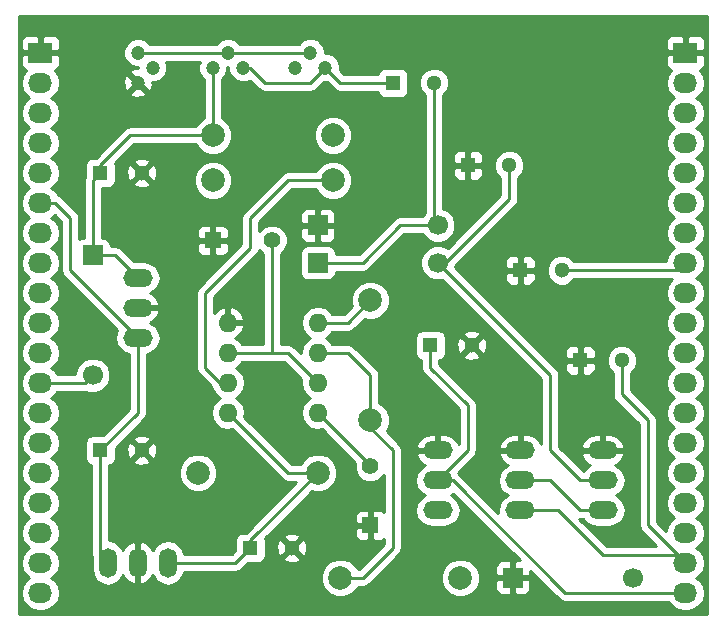
<source format=gbr>
G04 #@! TF.FileFunction,Copper,L1,Top,Signal*
%FSLAX46Y46*%
G04 Gerber Fmt 4.6, Leading zero omitted, Abs format (unit mm)*
G04 Created by KiCad (PCBNEW 4.0.3+e1-6302~38~ubuntu16.04.1-stable) date Thu Aug 25 17:21:12 2016*
%MOMM*%
%LPD*%
G01*
G04 APERTURE LIST*
%ADD10C,0.100000*%
%ADD11R,1.400000X1.400000*%
%ADD12C,1.400000*%
%ADD13C,1.300000*%
%ADD14R,1.300000X1.300000*%
%ADD15C,1.699260*%
%ADD16R,1.699260X1.699260*%
%ADD17C,1.200000*%
%ADD18C,1.998980*%
%ADD19O,1.600000X1.600000*%
%ADD20O,2.499360X1.501140*%
%ADD21O,1.501140X2.499360*%
%ADD22R,2.032000X1.727200*%
%ADD23O,2.032000X1.727200*%
%ADD24C,0.250000*%
%ADD25C,0.254000*%
G04 APERTURE END LIST*
D10*
D11*
X60960000Y-84455000D03*
D12*
X60960000Y-79455000D03*
D11*
X47625000Y-60325000D03*
D12*
X52625000Y-60325000D03*
D13*
X41600000Y-54610000D03*
D14*
X38100000Y-54610000D03*
D13*
X41600000Y-78105000D03*
D14*
X38100000Y-78105000D03*
D13*
X54300000Y-86360000D03*
D14*
X50800000Y-86360000D03*
D13*
X69540000Y-69215000D03*
D14*
X66040000Y-69215000D03*
D13*
X66365000Y-46990000D03*
D14*
X62865000Y-46990000D03*
D13*
X72715000Y-53975000D03*
D14*
X69215000Y-53975000D03*
D13*
X77160000Y-62865000D03*
D14*
X73660000Y-62865000D03*
D13*
X82240000Y-70485000D03*
D14*
X78740000Y-70485000D03*
D15*
X37467540Y-71755520D03*
D16*
X37467540Y-61595520D03*
D15*
X83185520Y-88897460D03*
D16*
X73025520Y-88897460D03*
D15*
X66675520Y-59052460D03*
D16*
X56515520Y-59052460D03*
D15*
X66675520Y-62227460D03*
D16*
X56515520Y-62227460D03*
D17*
X41275000Y-46990000D03*
X42545000Y-45720000D03*
X41275000Y-44450000D03*
X50165000Y-45720000D03*
X48895000Y-44450000D03*
X47625000Y-45720000D03*
X57150000Y-45720000D03*
X55880000Y-44450000D03*
X54610000Y-45720000D03*
D18*
X60960000Y-75565000D03*
X60960000Y-65405000D03*
X58420000Y-88900000D03*
X68580000Y-88900000D03*
X47625000Y-55245000D03*
X57785000Y-55245000D03*
X47625000Y-51435000D03*
X57785000Y-51435000D03*
X46355000Y-80010000D03*
X56515000Y-80010000D03*
D19*
X48895000Y-67310000D03*
X48895000Y-69850000D03*
X48895000Y-72390000D03*
X48895000Y-74930000D03*
X56515000Y-74930000D03*
X56515000Y-72390000D03*
X56515000Y-69850000D03*
X56515000Y-67310000D03*
D20*
X41275000Y-66040000D03*
X41275000Y-63500000D03*
X41275000Y-68580000D03*
D21*
X41275000Y-87630000D03*
X38735000Y-87630000D03*
X43815000Y-87630000D03*
D20*
X66675000Y-80645000D03*
X66675000Y-78105000D03*
X66675000Y-83185000D03*
X80645000Y-80645000D03*
X80645000Y-78105000D03*
X80645000Y-83185000D03*
X73660000Y-80645000D03*
X73660000Y-78105000D03*
X73660000Y-83185000D03*
D22*
X33020000Y-44450000D03*
D23*
X33020000Y-46990000D03*
X33020000Y-49530000D03*
X33020000Y-52070000D03*
X33020000Y-54610000D03*
X33020000Y-57150000D03*
X33020000Y-59690000D03*
X33020000Y-62230000D03*
X33020000Y-64770000D03*
X33020000Y-67310000D03*
X33020000Y-69850000D03*
X33020000Y-72390000D03*
X33020000Y-74930000D03*
X33020000Y-77470000D03*
X33020000Y-80010000D03*
X33020000Y-82550000D03*
X33020000Y-85090000D03*
X33020000Y-87630000D03*
X33020000Y-90170000D03*
D22*
X87630000Y-44450000D03*
D23*
X87630000Y-46990000D03*
X87630000Y-49530000D03*
X87630000Y-52070000D03*
X87630000Y-54610000D03*
X87630000Y-57150000D03*
X87630000Y-59690000D03*
X87630000Y-62230000D03*
X87630000Y-64770000D03*
X87630000Y-67310000D03*
X87630000Y-69850000D03*
X87630000Y-72390000D03*
X87630000Y-74930000D03*
X87630000Y-77470000D03*
X87630000Y-80010000D03*
X87630000Y-82550000D03*
X87630000Y-85090000D03*
X87630000Y-87630000D03*
X87630000Y-90170000D03*
D24*
X60960000Y-79455000D02*
X60960000Y-79375000D01*
X60960000Y-79375000D02*
X56515000Y-74930000D01*
X52625000Y-60325000D02*
X52625000Y-69850000D01*
X52625000Y-69850000D02*
X52705000Y-69850000D01*
X48895000Y-69850000D02*
X52705000Y-69850000D01*
X52705000Y-69850000D02*
X53975000Y-69850000D01*
X53975000Y-69850000D02*
X56515000Y-72390000D01*
X47625000Y-51435000D02*
X47625000Y-45720000D01*
X38100000Y-54610000D02*
X38100000Y-53975000D01*
X38100000Y-53975000D02*
X40640000Y-51435000D01*
X40640000Y-51435000D02*
X47625000Y-51435000D01*
X37467540Y-61595520D02*
X37467540Y-55242460D01*
X37467540Y-55242460D02*
X38100000Y-54610000D01*
X37467540Y-61595520D02*
X39370520Y-61595520D01*
X39370520Y-61595520D02*
X41275000Y-63500000D01*
X33020000Y-57150000D02*
X34290000Y-57150000D01*
X35560000Y-62865000D02*
X41275000Y-68580000D01*
X35560000Y-58420000D02*
X35560000Y-62865000D01*
X34290000Y-57150000D02*
X35560000Y-58420000D01*
X38100000Y-78105000D02*
X38100000Y-86995000D01*
X38100000Y-86995000D02*
X38735000Y-87630000D01*
X41275000Y-68580000D02*
X41275000Y-74930000D01*
X41275000Y-74930000D02*
X38100000Y-78105000D01*
X50800000Y-86360000D02*
X50800000Y-85725000D01*
X50800000Y-85725000D02*
X56515000Y-80010000D01*
X56515000Y-67310000D02*
X59055000Y-67310000D01*
X59055000Y-67310000D02*
X60960000Y-65405000D01*
X56515000Y-80010000D02*
X53975000Y-80010000D01*
X53975000Y-80010000D02*
X48895000Y-74930000D01*
X43815000Y-87630000D02*
X49530000Y-87630000D01*
X49530000Y-87630000D02*
X50800000Y-86360000D01*
X66675000Y-80645000D02*
X67945000Y-80645000D01*
X77470000Y-90170000D02*
X87630000Y-90170000D01*
X67945000Y-80645000D02*
X77470000Y-90170000D01*
X66675000Y-80645000D02*
X69215000Y-78105000D01*
X66040000Y-71120000D02*
X66040000Y-69215000D01*
X69215000Y-74295000D02*
X66040000Y-71120000D01*
X69215000Y-78105000D02*
X69215000Y-74295000D01*
X56515520Y-62227460D02*
X60327540Y-62227460D01*
X63502540Y-59052460D02*
X66675520Y-59052460D01*
X60327540Y-62227460D02*
X63502540Y-59052460D01*
X66365000Y-46990000D02*
X66365000Y-58741940D01*
X66365000Y-58741940D02*
X66675520Y-59052460D01*
X50165000Y-45720000D02*
X50800000Y-45720000D01*
X55880000Y-46990000D02*
X57150000Y-45720000D01*
X52070000Y-46990000D02*
X55880000Y-46990000D01*
X50800000Y-45720000D02*
X52070000Y-46990000D01*
X62865000Y-46990000D02*
X58420000Y-46990000D01*
X58420000Y-46990000D02*
X57150000Y-45720000D01*
X80645000Y-80645000D02*
X78740000Y-80645000D01*
X76200000Y-71751940D02*
X66675520Y-62227460D01*
X76200000Y-78105000D02*
X76200000Y-71751940D01*
X78740000Y-80645000D02*
X76200000Y-78105000D01*
X66675520Y-62227460D02*
X67312540Y-62227460D01*
X67312540Y-62227460D02*
X72715000Y-56825000D01*
X72715000Y-56825000D02*
X72715000Y-53975000D01*
X77160000Y-62865000D02*
X86995000Y-62865000D01*
X86995000Y-62865000D02*
X87630000Y-62230000D01*
X80645000Y-83185000D02*
X78740000Y-83185000D01*
X76200000Y-80645000D02*
X73660000Y-80645000D01*
X78740000Y-83185000D02*
X76200000Y-80645000D01*
X73660000Y-83185000D02*
X76835000Y-83185000D01*
X80645000Y-86995000D02*
X86995000Y-86995000D01*
X76835000Y-83185000D02*
X80645000Y-86995000D01*
X82240000Y-70485000D02*
X82240000Y-73350000D01*
X84455000Y-84455000D02*
X86995000Y-86995000D01*
X84455000Y-75565000D02*
X84455000Y-84455000D01*
X82240000Y-73350000D02*
X84455000Y-75565000D01*
X33020000Y-72390000D02*
X36833060Y-72390000D01*
X36833060Y-72390000D02*
X37467540Y-71755520D01*
X37467020Y-71755000D02*
X37467540Y-71755520D01*
X48895000Y-44450000D02*
X55880000Y-44450000D01*
X41275000Y-44450000D02*
X48895000Y-44450000D01*
X60960000Y-75565000D02*
X60960000Y-76200000D01*
X60960000Y-76200000D02*
X62865000Y-78105000D01*
X60325000Y-88900000D02*
X58420000Y-88900000D01*
X62865000Y-86360000D02*
X60325000Y-88900000D01*
X62865000Y-78105000D02*
X62865000Y-86360000D01*
X60960000Y-75565000D02*
X60960000Y-71755000D01*
X59055000Y-69850000D02*
X56515000Y-69850000D01*
X60960000Y-71755000D02*
X59055000Y-69850000D01*
X48895000Y-72390000D02*
X48260000Y-72390000D01*
X48260000Y-72390000D02*
X46990000Y-71120000D01*
X46990000Y-71120000D02*
X46990000Y-64770000D01*
X46990000Y-64770000D02*
X50800000Y-60960000D01*
X50800000Y-60960000D02*
X50800000Y-58420000D01*
X50800000Y-58420000D02*
X53975000Y-55245000D01*
X53975000Y-55245000D02*
X57785000Y-55245000D01*
D25*
G36*
X89460000Y-92000000D02*
X31190000Y-92000000D01*
X31190000Y-46990000D01*
X31336655Y-46990000D01*
X31450729Y-47563489D01*
X31775585Y-48049670D01*
X32090366Y-48260000D01*
X31775585Y-48470330D01*
X31450729Y-48956511D01*
X31336655Y-49530000D01*
X31450729Y-50103489D01*
X31775585Y-50589670D01*
X32090366Y-50800000D01*
X31775585Y-51010330D01*
X31450729Y-51496511D01*
X31336655Y-52070000D01*
X31450729Y-52643489D01*
X31775585Y-53129670D01*
X32090366Y-53340000D01*
X31775585Y-53550330D01*
X31450729Y-54036511D01*
X31336655Y-54610000D01*
X31450729Y-55183489D01*
X31775585Y-55669670D01*
X32090366Y-55880000D01*
X31775585Y-56090330D01*
X31450729Y-56576511D01*
X31336655Y-57150000D01*
X31450729Y-57723489D01*
X31775585Y-58209670D01*
X32090366Y-58420000D01*
X31775585Y-58630330D01*
X31450729Y-59116511D01*
X31336655Y-59690000D01*
X31450729Y-60263489D01*
X31775585Y-60749670D01*
X32090366Y-60960000D01*
X31775585Y-61170330D01*
X31450729Y-61656511D01*
X31336655Y-62230000D01*
X31450729Y-62803489D01*
X31775585Y-63289670D01*
X32090366Y-63500000D01*
X31775585Y-63710330D01*
X31450729Y-64196511D01*
X31336655Y-64770000D01*
X31450729Y-65343489D01*
X31775585Y-65829670D01*
X32090366Y-66040000D01*
X31775585Y-66250330D01*
X31450729Y-66736511D01*
X31336655Y-67310000D01*
X31450729Y-67883489D01*
X31775585Y-68369670D01*
X32090366Y-68580000D01*
X31775585Y-68790330D01*
X31450729Y-69276511D01*
X31336655Y-69850000D01*
X31450729Y-70423489D01*
X31775585Y-70909670D01*
X32090366Y-71120000D01*
X31775585Y-71330330D01*
X31450729Y-71816511D01*
X31336655Y-72390000D01*
X31450729Y-72963489D01*
X31775585Y-73449670D01*
X32090366Y-73660000D01*
X31775585Y-73870330D01*
X31450729Y-74356511D01*
X31336655Y-74930000D01*
X31450729Y-75503489D01*
X31775585Y-75989670D01*
X32090366Y-76200000D01*
X31775585Y-76410330D01*
X31450729Y-76896511D01*
X31336655Y-77470000D01*
X31450729Y-78043489D01*
X31775585Y-78529670D01*
X32090366Y-78740000D01*
X31775585Y-78950330D01*
X31450729Y-79436511D01*
X31336655Y-80010000D01*
X31450729Y-80583489D01*
X31775585Y-81069670D01*
X32090366Y-81280000D01*
X31775585Y-81490330D01*
X31450729Y-81976511D01*
X31336655Y-82550000D01*
X31450729Y-83123489D01*
X31775585Y-83609670D01*
X32090366Y-83820000D01*
X31775585Y-84030330D01*
X31450729Y-84516511D01*
X31336655Y-85090000D01*
X31450729Y-85663489D01*
X31775585Y-86149670D01*
X32090366Y-86360000D01*
X31775585Y-86570330D01*
X31450729Y-87056511D01*
X31336655Y-87630000D01*
X31450729Y-88203489D01*
X31775585Y-88689670D01*
X32090366Y-88900000D01*
X31775585Y-89110330D01*
X31450729Y-89596511D01*
X31336655Y-90170000D01*
X31450729Y-90743489D01*
X31775585Y-91229670D01*
X32261766Y-91554526D01*
X32835255Y-91668600D01*
X33204745Y-91668600D01*
X33778234Y-91554526D01*
X34264415Y-91229670D01*
X34589271Y-90743489D01*
X34703345Y-90170000D01*
X34589271Y-89596511D01*
X34264415Y-89110330D01*
X33949634Y-88900000D01*
X34264415Y-88689670D01*
X34589271Y-88203489D01*
X34703345Y-87630000D01*
X34589271Y-87056511D01*
X34264415Y-86570330D01*
X33949634Y-86360000D01*
X34264415Y-86149670D01*
X34589271Y-85663489D01*
X34703345Y-85090000D01*
X34589271Y-84516511D01*
X34264415Y-84030330D01*
X33949634Y-83820000D01*
X34264415Y-83609670D01*
X34589271Y-83123489D01*
X34703345Y-82550000D01*
X34589271Y-81976511D01*
X34264415Y-81490330D01*
X33949634Y-81280000D01*
X34264415Y-81069670D01*
X34589271Y-80583489D01*
X34703345Y-80010000D01*
X34589271Y-79436511D01*
X34264415Y-78950330D01*
X33949634Y-78740000D01*
X34264415Y-78529670D01*
X34589271Y-78043489D01*
X34703345Y-77470000D01*
X34589271Y-76896511D01*
X34264415Y-76410330D01*
X33949634Y-76200000D01*
X34264415Y-75989670D01*
X34589271Y-75503489D01*
X34703345Y-74930000D01*
X34589271Y-74356511D01*
X34264415Y-73870330D01*
X33949634Y-73660000D01*
X34264415Y-73449670D01*
X34464648Y-73150000D01*
X36833060Y-73150000D01*
X36915133Y-73133674D01*
X37170933Y-73239892D01*
X37761556Y-73240408D01*
X38307417Y-73014862D01*
X38725414Y-72597594D01*
X38951912Y-72052127D01*
X38952428Y-71461504D01*
X38726882Y-70915643D01*
X38309614Y-70497646D01*
X37764147Y-70271148D01*
X37173524Y-70270632D01*
X36627663Y-70496178D01*
X36209666Y-70913446D01*
X35983168Y-71458913D01*
X35983019Y-71630000D01*
X34464648Y-71630000D01*
X34264415Y-71330330D01*
X33949634Y-71120000D01*
X34264415Y-70909670D01*
X34589271Y-70423489D01*
X34703345Y-69850000D01*
X34589271Y-69276511D01*
X34264415Y-68790330D01*
X33949634Y-68580000D01*
X34264415Y-68369670D01*
X34589271Y-67883489D01*
X34703345Y-67310000D01*
X34589271Y-66736511D01*
X34264415Y-66250330D01*
X33949634Y-66040000D01*
X34264415Y-65829670D01*
X34589271Y-65343489D01*
X34703345Y-64770000D01*
X34589271Y-64196511D01*
X34264415Y-63710330D01*
X33949634Y-63500000D01*
X34264415Y-63289670D01*
X34589271Y-62803489D01*
X34703345Y-62230000D01*
X34589271Y-61656511D01*
X34264415Y-61170330D01*
X33949634Y-60960000D01*
X34264415Y-60749670D01*
X34589271Y-60263489D01*
X34703345Y-59690000D01*
X34589271Y-59116511D01*
X34264415Y-58630330D01*
X33949634Y-58420000D01*
X34264415Y-58209670D01*
X34268602Y-58203404D01*
X34800000Y-58734802D01*
X34800000Y-62865000D01*
X34857852Y-63155839D01*
X35022599Y-63402401D01*
X39543420Y-67923223D01*
X39458867Y-68049765D01*
X39353397Y-68580000D01*
X39458867Y-69110235D01*
X39759221Y-69559746D01*
X40208732Y-69860100D01*
X40515000Y-69921020D01*
X40515000Y-74615198D01*
X38322638Y-76807560D01*
X37450000Y-76807560D01*
X37214683Y-76851838D01*
X36998559Y-76990910D01*
X36853569Y-77203110D01*
X36802560Y-77455000D01*
X36802560Y-78755000D01*
X36846838Y-78990317D01*
X36985910Y-79206441D01*
X37198110Y-79351431D01*
X37340000Y-79380164D01*
X37340000Y-86995000D01*
X37354558Y-87068187D01*
X37349430Y-87093967D01*
X37349430Y-88166033D01*
X37454900Y-88696268D01*
X37755254Y-89145779D01*
X38204765Y-89446133D01*
X38735000Y-89551603D01*
X39265235Y-89446133D01*
X39714746Y-89145779D01*
X40015100Y-88696268D01*
X40016950Y-88686968D01*
X40043501Y-88776677D01*
X40385056Y-89198658D01*
X40862097Y-89457810D01*
X40933725Y-89471993D01*
X41148000Y-89349339D01*
X41148000Y-87757000D01*
X41128000Y-87757000D01*
X41128000Y-87503000D01*
X41148000Y-87503000D01*
X41148000Y-85910661D01*
X41402000Y-85910661D01*
X41402000Y-87503000D01*
X41422000Y-87503000D01*
X41422000Y-87757000D01*
X41402000Y-87757000D01*
X41402000Y-89349339D01*
X41616275Y-89471993D01*
X41687903Y-89457810D01*
X42164944Y-89198658D01*
X42506499Y-88776677D01*
X42533050Y-88686968D01*
X42534900Y-88696268D01*
X42835254Y-89145779D01*
X43284765Y-89446133D01*
X43815000Y-89551603D01*
X44345235Y-89446133D01*
X44794746Y-89145779D01*
X45095100Y-88696268D01*
X45156020Y-88390000D01*
X49530000Y-88390000D01*
X49820839Y-88332148D01*
X50067401Y-88167401D01*
X50577362Y-87657440D01*
X51450000Y-87657440D01*
X51685317Y-87613162D01*
X51901441Y-87474090D01*
X52046431Y-87261890D01*
X52047012Y-87259016D01*
X53580590Y-87259016D01*
X53636271Y-87489611D01*
X54119078Y-87657622D01*
X54629428Y-87628083D01*
X54963729Y-87489611D01*
X55019410Y-87259016D01*
X54300000Y-86539605D01*
X53580590Y-87259016D01*
X52047012Y-87259016D01*
X52097440Y-87010000D01*
X52097440Y-86179078D01*
X53002378Y-86179078D01*
X53031917Y-86689428D01*
X53170389Y-87023729D01*
X53400984Y-87079410D01*
X54120395Y-86360000D01*
X54479605Y-86360000D01*
X55199016Y-87079410D01*
X55429611Y-87023729D01*
X55597622Y-86540922D01*
X55568083Y-86030572D01*
X55429611Y-85696271D01*
X55199016Y-85640590D01*
X54479605Y-86360000D01*
X54120395Y-86360000D01*
X53400984Y-85640590D01*
X53170389Y-85696271D01*
X53002378Y-86179078D01*
X52097440Y-86179078D01*
X52097440Y-85710000D01*
X52064557Y-85535245D01*
X52138818Y-85460984D01*
X53580590Y-85460984D01*
X54300000Y-86180395D01*
X55019410Y-85460984D01*
X54963729Y-85230389D01*
X54480922Y-85062378D01*
X53970572Y-85091917D01*
X53636271Y-85230389D01*
X53580590Y-85460984D01*
X52138818Y-85460984D01*
X52859052Y-84740750D01*
X59625000Y-84740750D01*
X59625000Y-85281309D01*
X59721673Y-85514698D01*
X59900301Y-85693327D01*
X60133690Y-85790000D01*
X60674250Y-85790000D01*
X60833000Y-85631250D01*
X60833000Y-84582000D01*
X59783750Y-84582000D01*
X59625000Y-84740750D01*
X52859052Y-84740750D01*
X53971111Y-83628691D01*
X59625000Y-83628691D01*
X59625000Y-84169250D01*
X59783750Y-84328000D01*
X60833000Y-84328000D01*
X60833000Y-83278750D01*
X60674250Y-83120000D01*
X60133690Y-83120000D01*
X59900301Y-83216673D01*
X59721673Y-83395302D01*
X59625000Y-83628691D01*
X53971111Y-83628691D01*
X56023918Y-81575885D01*
X56188453Y-81644206D01*
X56838694Y-81644774D01*
X57439655Y-81396462D01*
X57899846Y-80937073D01*
X58149206Y-80336547D01*
X58149774Y-79686306D01*
X57901462Y-79085345D01*
X57442073Y-78625154D01*
X56841547Y-78375794D01*
X56191306Y-78375226D01*
X55590345Y-78623538D01*
X55130154Y-79082927D01*
X55060779Y-79250000D01*
X54289802Y-79250000D01*
X50293688Y-75253886D01*
X50358113Y-74930000D01*
X50248880Y-74380849D01*
X49937811Y-73915302D01*
X49555725Y-73660000D01*
X49937811Y-73404698D01*
X50248880Y-72939151D01*
X50358113Y-72390000D01*
X50248880Y-71840849D01*
X49937811Y-71375302D01*
X49555725Y-71120000D01*
X49937811Y-70864698D01*
X50107995Y-70610000D01*
X53660198Y-70610000D01*
X55116312Y-72066114D01*
X55051887Y-72390000D01*
X55161120Y-72939151D01*
X55472189Y-73404698D01*
X55854275Y-73660000D01*
X55472189Y-73915302D01*
X55161120Y-74380849D01*
X55051887Y-74930000D01*
X55161120Y-75479151D01*
X55472189Y-75944698D01*
X55937736Y-76255767D01*
X56486887Y-76365000D01*
X56543113Y-76365000D01*
X56820102Y-76309904D01*
X59646725Y-79136527D01*
X59625232Y-79188287D01*
X59624769Y-79719383D01*
X59827582Y-80210229D01*
X60202796Y-80586098D01*
X60693287Y-80789768D01*
X61224383Y-80790231D01*
X61715229Y-80587418D01*
X62091098Y-80212204D01*
X62105000Y-80178724D01*
X62105000Y-83301974D01*
X62019699Y-83216673D01*
X61786310Y-83120000D01*
X61245750Y-83120000D01*
X61087000Y-83278750D01*
X61087000Y-84328000D01*
X61107000Y-84328000D01*
X61107000Y-84582000D01*
X61087000Y-84582000D01*
X61087000Y-85631250D01*
X61245750Y-85790000D01*
X61786310Y-85790000D01*
X62019699Y-85693327D01*
X62105000Y-85608026D01*
X62105000Y-86045198D01*
X60010198Y-88140000D01*
X59874496Y-88140000D01*
X59806462Y-87975345D01*
X59347073Y-87515154D01*
X58746547Y-87265794D01*
X58096306Y-87265226D01*
X57495345Y-87513538D01*
X57035154Y-87972927D01*
X56785794Y-88573453D01*
X56785226Y-89223694D01*
X57033538Y-89824655D01*
X57492927Y-90284846D01*
X58093453Y-90534206D01*
X58743694Y-90534774D01*
X59344655Y-90286462D01*
X59804846Y-89827073D01*
X59874221Y-89660000D01*
X60325000Y-89660000D01*
X60615839Y-89602148D01*
X60862401Y-89437401D01*
X61076108Y-89223694D01*
X66945226Y-89223694D01*
X67193538Y-89824655D01*
X67652927Y-90284846D01*
X68253453Y-90534206D01*
X68903694Y-90534774D01*
X69504655Y-90286462D01*
X69964846Y-89827073D01*
X70214206Y-89226547D01*
X70214243Y-89183210D01*
X71540890Y-89183210D01*
X71540890Y-89873400D01*
X71637563Y-90106789D01*
X71816192Y-90285417D01*
X72049581Y-90382090D01*
X72739770Y-90382090D01*
X72898520Y-90223340D01*
X72898520Y-89024460D01*
X73152520Y-89024460D01*
X73152520Y-90223340D01*
X73311270Y-90382090D01*
X74001459Y-90382090D01*
X74234848Y-90285417D01*
X74413477Y-90106789D01*
X74510150Y-89873400D01*
X74510150Y-89183210D01*
X74351400Y-89024460D01*
X73152520Y-89024460D01*
X72898520Y-89024460D01*
X71699640Y-89024460D01*
X71540890Y-89183210D01*
X70214243Y-89183210D01*
X70214774Y-88576306D01*
X69966462Y-87975345D01*
X69912731Y-87921520D01*
X71540890Y-87921520D01*
X71540890Y-88611710D01*
X71699640Y-88770460D01*
X72898520Y-88770460D01*
X72898520Y-87571580D01*
X72739770Y-87412830D01*
X72049581Y-87412830D01*
X71816192Y-87509503D01*
X71637563Y-87688131D01*
X71540890Y-87921520D01*
X69912731Y-87921520D01*
X69507073Y-87515154D01*
X68906547Y-87265794D01*
X68256306Y-87265226D01*
X67655345Y-87513538D01*
X67195154Y-87972927D01*
X66945794Y-88573453D01*
X66945226Y-89223694D01*
X61076108Y-89223694D01*
X63402401Y-86897401D01*
X63567148Y-86650840D01*
X63589274Y-86539605D01*
X63625000Y-86360000D01*
X63625000Y-78105000D01*
X63567148Y-77814161D01*
X63533448Y-77763725D01*
X64833007Y-77763725D01*
X64955661Y-77978000D01*
X66548000Y-77978000D01*
X66548000Y-76719430D01*
X66048890Y-76719430D01*
X65528323Y-76873501D01*
X65106342Y-77215056D01*
X64847190Y-77692097D01*
X64833007Y-77763725D01*
X63533448Y-77763725D01*
X63402401Y-77567599D01*
X62335853Y-76501051D01*
X62344846Y-76492073D01*
X62594206Y-75891547D01*
X62594774Y-75241306D01*
X62346462Y-74640345D01*
X61887073Y-74180154D01*
X61720000Y-74110779D01*
X61720000Y-71755000D01*
X61662148Y-71464161D01*
X61497401Y-71217599D01*
X59592401Y-69312599D01*
X59345839Y-69147852D01*
X59055000Y-69090000D01*
X57727995Y-69090000D01*
X57557811Y-68835302D01*
X57175725Y-68580000D01*
X57198174Y-68565000D01*
X64742560Y-68565000D01*
X64742560Y-69865000D01*
X64786838Y-70100317D01*
X64925910Y-70316441D01*
X65138110Y-70461431D01*
X65280000Y-70490164D01*
X65280000Y-71120000D01*
X65337852Y-71410839D01*
X65502599Y-71657401D01*
X68455000Y-74609802D01*
X68455000Y-77604089D01*
X68243658Y-77215056D01*
X67821677Y-76873501D01*
X67301110Y-76719430D01*
X66802000Y-76719430D01*
X66802000Y-77978000D01*
X66822000Y-77978000D01*
X66822000Y-78232000D01*
X66802000Y-78232000D01*
X66802000Y-78252000D01*
X66548000Y-78252000D01*
X66548000Y-78232000D01*
X64955661Y-78232000D01*
X64833007Y-78446275D01*
X64847190Y-78517903D01*
X65106342Y-78994944D01*
X65528323Y-79336499D01*
X65618032Y-79363050D01*
X65608732Y-79364900D01*
X65159221Y-79665254D01*
X64858867Y-80114765D01*
X64753397Y-80645000D01*
X64858867Y-81175235D01*
X65159221Y-81624746D01*
X65593616Y-81915000D01*
X65159221Y-82205254D01*
X64858867Y-82654765D01*
X64753397Y-83185000D01*
X64858867Y-83715235D01*
X65159221Y-84164746D01*
X65608732Y-84465100D01*
X66138967Y-84570570D01*
X67211033Y-84570570D01*
X67741268Y-84465100D01*
X68190779Y-84164746D01*
X68491133Y-83715235D01*
X68596603Y-83185000D01*
X68491133Y-82654765D01*
X68190779Y-82205254D01*
X67756384Y-81915000D01*
X67986463Y-81761265D01*
X73638028Y-87412830D01*
X73311270Y-87412830D01*
X73152520Y-87571580D01*
X73152520Y-88770460D01*
X74351400Y-88770460D01*
X74510150Y-88611710D01*
X74510150Y-88284952D01*
X76932599Y-90707401D01*
X77179160Y-90872148D01*
X77470000Y-90930000D01*
X86185352Y-90930000D01*
X86385585Y-91229670D01*
X86871766Y-91554526D01*
X87445255Y-91668600D01*
X87814745Y-91668600D01*
X88388234Y-91554526D01*
X88874415Y-91229670D01*
X89199271Y-90743489D01*
X89313345Y-90170000D01*
X89199271Y-89596511D01*
X88874415Y-89110330D01*
X88559634Y-88900000D01*
X88874415Y-88689670D01*
X89199271Y-88203489D01*
X89313345Y-87630000D01*
X89199271Y-87056511D01*
X88874415Y-86570330D01*
X88559634Y-86360000D01*
X88874415Y-86149670D01*
X89199271Y-85663489D01*
X89313345Y-85090000D01*
X89199271Y-84516511D01*
X88874415Y-84030330D01*
X88559634Y-83820000D01*
X88874415Y-83609670D01*
X89199271Y-83123489D01*
X89313345Y-82550000D01*
X89199271Y-81976511D01*
X88874415Y-81490330D01*
X88559634Y-81280000D01*
X88874415Y-81069670D01*
X89199271Y-80583489D01*
X89313345Y-80010000D01*
X89199271Y-79436511D01*
X88874415Y-78950330D01*
X88559634Y-78740000D01*
X88874415Y-78529670D01*
X89199271Y-78043489D01*
X89313345Y-77470000D01*
X89199271Y-76896511D01*
X88874415Y-76410330D01*
X88559634Y-76200000D01*
X88874415Y-75989670D01*
X89199271Y-75503489D01*
X89313345Y-74930000D01*
X89199271Y-74356511D01*
X88874415Y-73870330D01*
X88559634Y-73660000D01*
X88874415Y-73449670D01*
X89199271Y-72963489D01*
X89313345Y-72390000D01*
X89199271Y-71816511D01*
X88874415Y-71330330D01*
X88559634Y-71120000D01*
X88874415Y-70909670D01*
X89199271Y-70423489D01*
X89313345Y-69850000D01*
X89199271Y-69276511D01*
X88874415Y-68790330D01*
X88559634Y-68580000D01*
X88874415Y-68369670D01*
X89199271Y-67883489D01*
X89313345Y-67310000D01*
X89199271Y-66736511D01*
X88874415Y-66250330D01*
X88559634Y-66040000D01*
X88874415Y-65829670D01*
X89199271Y-65343489D01*
X89313345Y-64770000D01*
X89199271Y-64196511D01*
X88874415Y-63710330D01*
X88559634Y-63500000D01*
X88874415Y-63289670D01*
X89199271Y-62803489D01*
X89313345Y-62230000D01*
X89199271Y-61656511D01*
X88874415Y-61170330D01*
X88559634Y-60960000D01*
X88874415Y-60749670D01*
X89199271Y-60263489D01*
X89313345Y-59690000D01*
X89199271Y-59116511D01*
X88874415Y-58630330D01*
X88559634Y-58420000D01*
X88874415Y-58209670D01*
X89199271Y-57723489D01*
X89313345Y-57150000D01*
X89199271Y-56576511D01*
X88874415Y-56090330D01*
X88559634Y-55880000D01*
X88874415Y-55669670D01*
X89199271Y-55183489D01*
X89313345Y-54610000D01*
X89199271Y-54036511D01*
X88874415Y-53550330D01*
X88559634Y-53340000D01*
X88874415Y-53129670D01*
X89199271Y-52643489D01*
X89313345Y-52070000D01*
X89199271Y-51496511D01*
X88874415Y-51010330D01*
X88559634Y-50800000D01*
X88874415Y-50589670D01*
X89199271Y-50103489D01*
X89313345Y-49530000D01*
X89199271Y-48956511D01*
X88874415Y-48470330D01*
X88559634Y-48260000D01*
X88874415Y-48049670D01*
X89199271Y-47563489D01*
X89313345Y-46990000D01*
X89199271Y-46416511D01*
X88874415Y-45930330D01*
X88852220Y-45915500D01*
X89005699Y-45851927D01*
X89184327Y-45673298D01*
X89281000Y-45439909D01*
X89281000Y-44735750D01*
X89122250Y-44577000D01*
X87757000Y-44577000D01*
X87757000Y-44597000D01*
X87503000Y-44597000D01*
X87503000Y-44577000D01*
X86137750Y-44577000D01*
X85979000Y-44735750D01*
X85979000Y-45439909D01*
X86075673Y-45673298D01*
X86254301Y-45851927D01*
X86407780Y-45915500D01*
X86385585Y-45930330D01*
X86060729Y-46416511D01*
X85946655Y-46990000D01*
X86060729Y-47563489D01*
X86385585Y-48049670D01*
X86700366Y-48260000D01*
X86385585Y-48470330D01*
X86060729Y-48956511D01*
X85946655Y-49530000D01*
X86060729Y-50103489D01*
X86385585Y-50589670D01*
X86700366Y-50800000D01*
X86385585Y-51010330D01*
X86060729Y-51496511D01*
X85946655Y-52070000D01*
X86060729Y-52643489D01*
X86385585Y-53129670D01*
X86700366Y-53340000D01*
X86385585Y-53550330D01*
X86060729Y-54036511D01*
X85946655Y-54610000D01*
X86060729Y-55183489D01*
X86385585Y-55669670D01*
X86700366Y-55880000D01*
X86385585Y-56090330D01*
X86060729Y-56576511D01*
X85946655Y-57150000D01*
X86060729Y-57723489D01*
X86385585Y-58209670D01*
X86700366Y-58420000D01*
X86385585Y-58630330D01*
X86060729Y-59116511D01*
X85946655Y-59690000D01*
X86060729Y-60263489D01*
X86385585Y-60749670D01*
X86700366Y-60960000D01*
X86385585Y-61170330D01*
X86060729Y-61656511D01*
X85971519Y-62105000D01*
X78217006Y-62105000D01*
X77888845Y-61776265D01*
X77416724Y-61580223D01*
X76905519Y-61579777D01*
X76433057Y-61774995D01*
X76071265Y-62136155D01*
X75875223Y-62608276D01*
X75874777Y-63119481D01*
X76069995Y-63591943D01*
X76431155Y-63953735D01*
X76903276Y-64149777D01*
X77414481Y-64150223D01*
X77886943Y-63955005D01*
X78217525Y-63625000D01*
X86513290Y-63625000D01*
X86385585Y-63710330D01*
X86060729Y-64196511D01*
X85946655Y-64770000D01*
X86060729Y-65343489D01*
X86385585Y-65829670D01*
X86700366Y-66040000D01*
X86385585Y-66250330D01*
X86060729Y-66736511D01*
X85946655Y-67310000D01*
X86060729Y-67883489D01*
X86385585Y-68369670D01*
X86700366Y-68580000D01*
X86385585Y-68790330D01*
X86060729Y-69276511D01*
X85946655Y-69850000D01*
X86060729Y-70423489D01*
X86385585Y-70909670D01*
X86700366Y-71120000D01*
X86385585Y-71330330D01*
X86060729Y-71816511D01*
X85946655Y-72390000D01*
X86060729Y-72963489D01*
X86385585Y-73449670D01*
X86700366Y-73660000D01*
X86385585Y-73870330D01*
X86060729Y-74356511D01*
X85946655Y-74930000D01*
X86060729Y-75503489D01*
X86385585Y-75989670D01*
X86700366Y-76200000D01*
X86385585Y-76410330D01*
X86060729Y-76896511D01*
X85946655Y-77470000D01*
X86060729Y-78043489D01*
X86385585Y-78529670D01*
X86700366Y-78740000D01*
X86385585Y-78950330D01*
X86060729Y-79436511D01*
X85946655Y-80010000D01*
X86060729Y-80583489D01*
X86385585Y-81069670D01*
X86700366Y-81280000D01*
X86385585Y-81490330D01*
X86060729Y-81976511D01*
X85946655Y-82550000D01*
X86060729Y-83123489D01*
X86385585Y-83609670D01*
X86700366Y-83820000D01*
X86385585Y-84030330D01*
X86060729Y-84516511D01*
X85982848Y-84908046D01*
X85215000Y-84140198D01*
X85215000Y-75565000D01*
X85157148Y-75274161D01*
X84992401Y-75027599D01*
X83000000Y-73035198D01*
X83000000Y-71542006D01*
X83328735Y-71213845D01*
X83524777Y-70741724D01*
X83525223Y-70230519D01*
X83330005Y-69758057D01*
X82968845Y-69396265D01*
X82496724Y-69200223D01*
X81985519Y-69199777D01*
X81513057Y-69394995D01*
X81151265Y-69756155D01*
X80955223Y-70228276D01*
X80954777Y-70739481D01*
X81149995Y-71211943D01*
X81480000Y-71542525D01*
X81480000Y-73350000D01*
X81537852Y-73640839D01*
X81702599Y-73887401D01*
X83695000Y-75879802D01*
X83695000Y-84455000D01*
X83752852Y-84745839D01*
X83917599Y-84992401D01*
X85160198Y-86235000D01*
X80959802Y-86235000D01*
X78652371Y-83927569D01*
X78740000Y-83945000D01*
X78982391Y-83945000D01*
X79129221Y-84164746D01*
X79578732Y-84465100D01*
X80108967Y-84570570D01*
X81181033Y-84570570D01*
X81711268Y-84465100D01*
X82160779Y-84164746D01*
X82461133Y-83715235D01*
X82566603Y-83185000D01*
X82461133Y-82654765D01*
X82160779Y-82205254D01*
X81726384Y-81915000D01*
X82160779Y-81624746D01*
X82461133Y-81175235D01*
X82566603Y-80645000D01*
X82461133Y-80114765D01*
X82160779Y-79665254D01*
X81711268Y-79364900D01*
X81701968Y-79363050D01*
X81791677Y-79336499D01*
X82213658Y-78994944D01*
X82472810Y-78517903D01*
X82486993Y-78446275D01*
X82364339Y-78232000D01*
X80772000Y-78232000D01*
X80772000Y-78252000D01*
X80518000Y-78252000D01*
X80518000Y-78232000D01*
X78925661Y-78232000D01*
X78803007Y-78446275D01*
X78817190Y-78517903D01*
X79076342Y-78994944D01*
X79498323Y-79336499D01*
X79588032Y-79363050D01*
X79578732Y-79364900D01*
X79129221Y-79665254D01*
X79011395Y-79841593D01*
X76960000Y-77790198D01*
X76960000Y-77763725D01*
X78803007Y-77763725D01*
X78925661Y-77978000D01*
X80518000Y-77978000D01*
X80518000Y-76719430D01*
X80772000Y-76719430D01*
X80772000Y-77978000D01*
X82364339Y-77978000D01*
X82486993Y-77763725D01*
X82472810Y-77692097D01*
X82213658Y-77215056D01*
X81791677Y-76873501D01*
X81271110Y-76719430D01*
X80772000Y-76719430D01*
X80518000Y-76719430D01*
X80018890Y-76719430D01*
X79498323Y-76873501D01*
X79076342Y-77215056D01*
X78817190Y-77692097D01*
X78803007Y-77763725D01*
X76960000Y-77763725D01*
X76960000Y-71751940D01*
X76902148Y-71461101D01*
X76737401Y-71214539D01*
X76293612Y-70770750D01*
X77455000Y-70770750D01*
X77455000Y-71261310D01*
X77551673Y-71494699D01*
X77730302Y-71673327D01*
X77963691Y-71770000D01*
X78454250Y-71770000D01*
X78613000Y-71611250D01*
X78613000Y-70612000D01*
X78867000Y-70612000D01*
X78867000Y-71611250D01*
X79025750Y-71770000D01*
X79516309Y-71770000D01*
X79749698Y-71673327D01*
X79928327Y-71494699D01*
X80025000Y-71261310D01*
X80025000Y-70770750D01*
X79866250Y-70612000D01*
X78867000Y-70612000D01*
X78613000Y-70612000D01*
X77613750Y-70612000D01*
X77455000Y-70770750D01*
X76293612Y-70770750D01*
X75231552Y-69708690D01*
X77455000Y-69708690D01*
X77455000Y-70199250D01*
X77613750Y-70358000D01*
X78613000Y-70358000D01*
X78613000Y-69358750D01*
X78867000Y-69358750D01*
X78867000Y-70358000D01*
X79866250Y-70358000D01*
X80025000Y-70199250D01*
X80025000Y-69708690D01*
X79928327Y-69475301D01*
X79749698Y-69296673D01*
X79516309Y-69200000D01*
X79025750Y-69200000D01*
X78867000Y-69358750D01*
X78613000Y-69358750D01*
X78454250Y-69200000D01*
X77963691Y-69200000D01*
X77730302Y-69296673D01*
X77551673Y-69475301D01*
X77455000Y-69708690D01*
X75231552Y-69708690D01*
X68673612Y-63150750D01*
X72375000Y-63150750D01*
X72375000Y-63641310D01*
X72471673Y-63874699D01*
X72650302Y-64053327D01*
X72883691Y-64150000D01*
X73374250Y-64150000D01*
X73533000Y-63991250D01*
X73533000Y-62992000D01*
X73787000Y-62992000D01*
X73787000Y-63991250D01*
X73945750Y-64150000D01*
X74436309Y-64150000D01*
X74669698Y-64053327D01*
X74848327Y-63874699D01*
X74945000Y-63641310D01*
X74945000Y-63150750D01*
X74786250Y-62992000D01*
X73787000Y-62992000D01*
X73533000Y-62992000D01*
X72533750Y-62992000D01*
X72375000Y-63150750D01*
X68673612Y-63150750D01*
X68126748Y-62603886D01*
X68159892Y-62524067D01*
X68159952Y-62454850D01*
X68526112Y-62088690D01*
X72375000Y-62088690D01*
X72375000Y-62579250D01*
X72533750Y-62738000D01*
X73533000Y-62738000D01*
X73533000Y-61738750D01*
X73787000Y-61738750D01*
X73787000Y-62738000D01*
X74786250Y-62738000D01*
X74945000Y-62579250D01*
X74945000Y-62088690D01*
X74848327Y-61855301D01*
X74669698Y-61676673D01*
X74436309Y-61580000D01*
X73945750Y-61580000D01*
X73787000Y-61738750D01*
X73533000Y-61738750D01*
X73374250Y-61580000D01*
X72883691Y-61580000D01*
X72650302Y-61676673D01*
X72471673Y-61855301D01*
X72375000Y-62088690D01*
X68526112Y-62088690D01*
X73252401Y-57362401D01*
X73417148Y-57115840D01*
X73475000Y-56825000D01*
X73475000Y-55032006D01*
X73803735Y-54703845D01*
X73999777Y-54231724D01*
X74000223Y-53720519D01*
X73805005Y-53248057D01*
X73443845Y-52886265D01*
X72971724Y-52690223D01*
X72460519Y-52689777D01*
X71988057Y-52884995D01*
X71626265Y-53246155D01*
X71430223Y-53718276D01*
X71429777Y-54229481D01*
X71624995Y-54701943D01*
X71955000Y-55032525D01*
X71955000Y-56510198D01*
X67502062Y-60963136D01*
X66972127Y-60743088D01*
X66381504Y-60742572D01*
X65835643Y-60968118D01*
X65417646Y-61385386D01*
X65191148Y-61930853D01*
X65190632Y-62521476D01*
X65416178Y-63067337D01*
X65833446Y-63485334D01*
X66378913Y-63711832D01*
X66969536Y-63712348D01*
X67051669Y-63678411D01*
X75440000Y-72066742D01*
X75440000Y-77604089D01*
X75228658Y-77215056D01*
X74806677Y-76873501D01*
X74286110Y-76719430D01*
X73787000Y-76719430D01*
X73787000Y-77978000D01*
X73807000Y-77978000D01*
X73807000Y-78232000D01*
X73787000Y-78232000D01*
X73787000Y-78252000D01*
X73533000Y-78252000D01*
X73533000Y-78232000D01*
X71940661Y-78232000D01*
X71818007Y-78446275D01*
X71832190Y-78517903D01*
X72091342Y-78994944D01*
X72513323Y-79336499D01*
X72603032Y-79363050D01*
X72593732Y-79364900D01*
X72144221Y-79665254D01*
X71843867Y-80114765D01*
X71738397Y-80645000D01*
X71843867Y-81175235D01*
X72144221Y-81624746D01*
X72578616Y-81915000D01*
X72144221Y-82205254D01*
X71843867Y-82654765D01*
X71738397Y-83185000D01*
X71782742Y-83407940D01*
X68491522Y-80116720D01*
X68491133Y-80114765D01*
X68406580Y-79988222D01*
X69752401Y-78642401D01*
X69917148Y-78395840D01*
X69939274Y-78284605D01*
X69975000Y-78105000D01*
X69975000Y-77763725D01*
X71818007Y-77763725D01*
X71940661Y-77978000D01*
X73533000Y-77978000D01*
X73533000Y-76719430D01*
X73033890Y-76719430D01*
X72513323Y-76873501D01*
X72091342Y-77215056D01*
X71832190Y-77692097D01*
X71818007Y-77763725D01*
X69975000Y-77763725D01*
X69975000Y-74295000D01*
X69917148Y-74004161D01*
X69752401Y-73757599D01*
X66800000Y-70805198D01*
X66800000Y-70491742D01*
X66925317Y-70468162D01*
X67141441Y-70329090D01*
X67286431Y-70116890D01*
X67287012Y-70114016D01*
X68820590Y-70114016D01*
X68876271Y-70344611D01*
X69359078Y-70512622D01*
X69869428Y-70483083D01*
X70203729Y-70344611D01*
X70259410Y-70114016D01*
X69540000Y-69394605D01*
X68820590Y-70114016D01*
X67287012Y-70114016D01*
X67337440Y-69865000D01*
X67337440Y-69034078D01*
X68242378Y-69034078D01*
X68271917Y-69544428D01*
X68410389Y-69878729D01*
X68640984Y-69934410D01*
X69360395Y-69215000D01*
X69719605Y-69215000D01*
X70439016Y-69934410D01*
X70669611Y-69878729D01*
X70837622Y-69395922D01*
X70808083Y-68885572D01*
X70669611Y-68551271D01*
X70439016Y-68495590D01*
X69719605Y-69215000D01*
X69360395Y-69215000D01*
X68640984Y-68495590D01*
X68410389Y-68551271D01*
X68242378Y-69034078D01*
X67337440Y-69034078D01*
X67337440Y-68565000D01*
X67293162Y-68329683D01*
X67284347Y-68315984D01*
X68820590Y-68315984D01*
X69540000Y-69035395D01*
X70259410Y-68315984D01*
X70203729Y-68085389D01*
X69720922Y-67917378D01*
X69210572Y-67946917D01*
X68876271Y-68085389D01*
X68820590Y-68315984D01*
X67284347Y-68315984D01*
X67154090Y-68113559D01*
X66941890Y-67968569D01*
X66690000Y-67917560D01*
X65390000Y-67917560D01*
X65154683Y-67961838D01*
X64938559Y-68100910D01*
X64793569Y-68313110D01*
X64742560Y-68565000D01*
X57198174Y-68565000D01*
X57557811Y-68324698D01*
X57727995Y-68070000D01*
X59055000Y-68070000D01*
X59345839Y-68012148D01*
X59592401Y-67847401D01*
X60468917Y-66970885D01*
X60633453Y-67039206D01*
X61283694Y-67039774D01*
X61884655Y-66791462D01*
X62344846Y-66332073D01*
X62594206Y-65731547D01*
X62594774Y-65081306D01*
X62346462Y-64480345D01*
X61887073Y-64020154D01*
X61286547Y-63770794D01*
X60636306Y-63770226D01*
X60035345Y-64018538D01*
X59575154Y-64477927D01*
X59325794Y-65078453D01*
X59325226Y-65728694D01*
X59394309Y-65895889D01*
X58740198Y-66550000D01*
X57727995Y-66550000D01*
X57557811Y-66295302D01*
X57092264Y-65984233D01*
X56543113Y-65875000D01*
X56486887Y-65875000D01*
X55937736Y-65984233D01*
X55472189Y-66295302D01*
X55161120Y-66760849D01*
X55051887Y-67310000D01*
X55161120Y-67859151D01*
X55472189Y-68324698D01*
X55854275Y-68580000D01*
X55472189Y-68835302D01*
X55161120Y-69300849D01*
X55051887Y-69850000D01*
X55052405Y-69852603D01*
X54512401Y-69312599D01*
X54265839Y-69147852D01*
X53975000Y-69090000D01*
X53385000Y-69090000D01*
X53385000Y-61452655D01*
X53459955Y-61377830D01*
X55018450Y-61377830D01*
X55018450Y-63077090D01*
X55062728Y-63312407D01*
X55201800Y-63528531D01*
X55414000Y-63673521D01*
X55665890Y-63724530D01*
X57365150Y-63724530D01*
X57600467Y-63680252D01*
X57816591Y-63541180D01*
X57961581Y-63328980D01*
X58012590Y-63077090D01*
X58012590Y-62987460D01*
X60327540Y-62987460D01*
X60618379Y-62929608D01*
X60864941Y-62764861D01*
X63817342Y-59812460D01*
X65383173Y-59812460D01*
X65416178Y-59892337D01*
X65833446Y-60310334D01*
X66378913Y-60536832D01*
X66969536Y-60537348D01*
X67515397Y-60311802D01*
X67933394Y-59894534D01*
X68159892Y-59349067D01*
X68160408Y-58758444D01*
X67934862Y-58212583D01*
X67517594Y-57794586D01*
X67125000Y-57631567D01*
X67125000Y-54260750D01*
X67930000Y-54260750D01*
X67930000Y-54751310D01*
X68026673Y-54984699D01*
X68205302Y-55163327D01*
X68438691Y-55260000D01*
X68929250Y-55260000D01*
X69088000Y-55101250D01*
X69088000Y-54102000D01*
X69342000Y-54102000D01*
X69342000Y-55101250D01*
X69500750Y-55260000D01*
X69991309Y-55260000D01*
X70224698Y-55163327D01*
X70403327Y-54984699D01*
X70500000Y-54751310D01*
X70500000Y-54260750D01*
X70341250Y-54102000D01*
X69342000Y-54102000D01*
X69088000Y-54102000D01*
X68088750Y-54102000D01*
X67930000Y-54260750D01*
X67125000Y-54260750D01*
X67125000Y-53198690D01*
X67930000Y-53198690D01*
X67930000Y-53689250D01*
X68088750Y-53848000D01*
X69088000Y-53848000D01*
X69088000Y-52848750D01*
X69342000Y-52848750D01*
X69342000Y-53848000D01*
X70341250Y-53848000D01*
X70500000Y-53689250D01*
X70500000Y-53198690D01*
X70403327Y-52965301D01*
X70224698Y-52786673D01*
X69991309Y-52690000D01*
X69500750Y-52690000D01*
X69342000Y-52848750D01*
X69088000Y-52848750D01*
X68929250Y-52690000D01*
X68438691Y-52690000D01*
X68205302Y-52786673D01*
X68026673Y-52965301D01*
X67930000Y-53198690D01*
X67125000Y-53198690D01*
X67125000Y-48047006D01*
X67453735Y-47718845D01*
X67649777Y-47246724D01*
X67650223Y-46735519D01*
X67455005Y-46263057D01*
X67093845Y-45901265D01*
X66621724Y-45705223D01*
X66110519Y-45704777D01*
X65638057Y-45899995D01*
X65276265Y-46261155D01*
X65080223Y-46733276D01*
X65079777Y-47244481D01*
X65274995Y-47716943D01*
X65605000Y-48047525D01*
X65605000Y-58023359D01*
X65417646Y-58210386D01*
X65383566Y-58292460D01*
X63502540Y-58292460D01*
X63211701Y-58350312D01*
X62965139Y-58515059D01*
X60012738Y-61467460D01*
X58012590Y-61467460D01*
X58012590Y-61377830D01*
X57968312Y-61142513D01*
X57829240Y-60926389D01*
X57617040Y-60781399D01*
X57365150Y-60730390D01*
X55665890Y-60730390D01*
X55430573Y-60774668D01*
X55214449Y-60913740D01*
X55069459Y-61125940D01*
X55018450Y-61377830D01*
X53459955Y-61377830D01*
X53756098Y-61082204D01*
X53959768Y-60591713D01*
X53960231Y-60060617D01*
X53757418Y-59569771D01*
X53526261Y-59338210D01*
X55030890Y-59338210D01*
X55030890Y-60028400D01*
X55127563Y-60261789D01*
X55306192Y-60440417D01*
X55539581Y-60537090D01*
X56229770Y-60537090D01*
X56388520Y-60378340D01*
X56388520Y-59179460D01*
X56642520Y-59179460D01*
X56642520Y-60378340D01*
X56801270Y-60537090D01*
X57491459Y-60537090D01*
X57724848Y-60440417D01*
X57903477Y-60261789D01*
X58000150Y-60028400D01*
X58000150Y-59338210D01*
X57841400Y-59179460D01*
X56642520Y-59179460D01*
X56388520Y-59179460D01*
X55189640Y-59179460D01*
X55030890Y-59338210D01*
X53526261Y-59338210D01*
X53382204Y-59193902D01*
X52891713Y-58990232D01*
X52360617Y-58989769D01*
X51869771Y-59192582D01*
X51560000Y-59501813D01*
X51560000Y-58734802D01*
X52218282Y-58076520D01*
X55030890Y-58076520D01*
X55030890Y-58766710D01*
X55189640Y-58925460D01*
X56388520Y-58925460D01*
X56388520Y-57726580D01*
X56642520Y-57726580D01*
X56642520Y-58925460D01*
X57841400Y-58925460D01*
X58000150Y-58766710D01*
X58000150Y-58076520D01*
X57903477Y-57843131D01*
X57724848Y-57664503D01*
X57491459Y-57567830D01*
X56801270Y-57567830D01*
X56642520Y-57726580D01*
X56388520Y-57726580D01*
X56229770Y-57567830D01*
X55539581Y-57567830D01*
X55306192Y-57664503D01*
X55127563Y-57843131D01*
X55030890Y-58076520D01*
X52218282Y-58076520D01*
X54289802Y-56005000D01*
X56330504Y-56005000D01*
X56398538Y-56169655D01*
X56857927Y-56629846D01*
X57458453Y-56879206D01*
X58108694Y-56879774D01*
X58709655Y-56631462D01*
X59169846Y-56172073D01*
X59419206Y-55571547D01*
X59419774Y-54921306D01*
X59171462Y-54320345D01*
X58712073Y-53860154D01*
X58111547Y-53610794D01*
X57461306Y-53610226D01*
X56860345Y-53858538D01*
X56400154Y-54317927D01*
X56330779Y-54485000D01*
X53975000Y-54485000D01*
X53684161Y-54542852D01*
X53437599Y-54707599D01*
X50262599Y-57882599D01*
X50097852Y-58129161D01*
X50040000Y-58420000D01*
X50040000Y-60645198D01*
X46452599Y-64232599D01*
X46287852Y-64479161D01*
X46230000Y-64770000D01*
X46230000Y-71120000D01*
X46287852Y-71410839D01*
X46452599Y-71657401D01*
X47493141Y-72697943D01*
X47541120Y-72939151D01*
X47852189Y-73404698D01*
X48234275Y-73660000D01*
X47852189Y-73915302D01*
X47541120Y-74380849D01*
X47431887Y-74930000D01*
X47541120Y-75479151D01*
X47852189Y-75944698D01*
X48317736Y-76255767D01*
X48866887Y-76365000D01*
X48923113Y-76365000D01*
X49200102Y-76309904D01*
X53437599Y-80547401D01*
X53684161Y-80712148D01*
X53975000Y-80770000D01*
X54680197Y-80770000D01*
X50387638Y-85062560D01*
X50150000Y-85062560D01*
X49914683Y-85106838D01*
X49698559Y-85245910D01*
X49553569Y-85458110D01*
X49502560Y-85710000D01*
X49502560Y-86582638D01*
X49215198Y-86870000D01*
X45156020Y-86870000D01*
X45095100Y-86563732D01*
X44794746Y-86114221D01*
X44345235Y-85813867D01*
X43815000Y-85708397D01*
X43284765Y-85813867D01*
X42835254Y-86114221D01*
X42534900Y-86563732D01*
X42533050Y-86573032D01*
X42506499Y-86483323D01*
X42164944Y-86061342D01*
X41687903Y-85802190D01*
X41616275Y-85788007D01*
X41402000Y-85910661D01*
X41148000Y-85910661D01*
X40933725Y-85788007D01*
X40862097Y-85802190D01*
X40385056Y-86061342D01*
X40043501Y-86483323D01*
X40016950Y-86573032D01*
X40015100Y-86563732D01*
X39714746Y-86114221D01*
X39265235Y-85813867D01*
X38860000Y-85733261D01*
X38860000Y-80333694D01*
X44720226Y-80333694D01*
X44968538Y-80934655D01*
X45427927Y-81394846D01*
X46028453Y-81644206D01*
X46678694Y-81644774D01*
X47279655Y-81396462D01*
X47739846Y-80937073D01*
X47989206Y-80336547D01*
X47989774Y-79686306D01*
X47741462Y-79085345D01*
X47282073Y-78625154D01*
X46681547Y-78375794D01*
X46031306Y-78375226D01*
X45430345Y-78623538D01*
X44970154Y-79082927D01*
X44720794Y-79683453D01*
X44720226Y-80333694D01*
X38860000Y-80333694D01*
X38860000Y-79381742D01*
X38985317Y-79358162D01*
X39201441Y-79219090D01*
X39346431Y-79006890D01*
X39347012Y-79004016D01*
X40880590Y-79004016D01*
X40936271Y-79234611D01*
X41419078Y-79402622D01*
X41929428Y-79373083D01*
X42263729Y-79234611D01*
X42319410Y-79004016D01*
X41600000Y-78284605D01*
X40880590Y-79004016D01*
X39347012Y-79004016D01*
X39397440Y-78755000D01*
X39397440Y-77924078D01*
X40302378Y-77924078D01*
X40331917Y-78434428D01*
X40470389Y-78768729D01*
X40700984Y-78824410D01*
X41420395Y-78105000D01*
X41779605Y-78105000D01*
X42499016Y-78824410D01*
X42729611Y-78768729D01*
X42897622Y-78285922D01*
X42868083Y-77775572D01*
X42729611Y-77441271D01*
X42499016Y-77385590D01*
X41779605Y-78105000D01*
X41420395Y-78105000D01*
X40700984Y-77385590D01*
X40470389Y-77441271D01*
X40302378Y-77924078D01*
X39397440Y-77924078D01*
X39397440Y-77882362D01*
X40073818Y-77205984D01*
X40880590Y-77205984D01*
X41600000Y-77925395D01*
X42319410Y-77205984D01*
X42263729Y-76975389D01*
X41780922Y-76807378D01*
X41270572Y-76836917D01*
X40936271Y-76975389D01*
X40880590Y-77205984D01*
X40073818Y-77205984D01*
X41812401Y-75467401D01*
X41977148Y-75220839D01*
X42035000Y-74930000D01*
X42035000Y-69921020D01*
X42341268Y-69860100D01*
X42790779Y-69559746D01*
X43091133Y-69110235D01*
X43196603Y-68580000D01*
X43091133Y-68049765D01*
X42790779Y-67600254D01*
X42341268Y-67299900D01*
X42331968Y-67298050D01*
X42421677Y-67271499D01*
X42843658Y-66929944D01*
X43102810Y-66452903D01*
X43116993Y-66381275D01*
X42994339Y-66167000D01*
X41402000Y-66167000D01*
X41402000Y-66187000D01*
X41148000Y-66187000D01*
X41148000Y-66167000D01*
X41128000Y-66167000D01*
X41128000Y-65913000D01*
X41148000Y-65913000D01*
X41148000Y-65893000D01*
X41402000Y-65893000D01*
X41402000Y-65913000D01*
X42994339Y-65913000D01*
X43116993Y-65698725D01*
X43102810Y-65627097D01*
X42843658Y-65150056D01*
X42421677Y-64808501D01*
X42331968Y-64781950D01*
X42341268Y-64780100D01*
X42790779Y-64479746D01*
X43091133Y-64030235D01*
X43196603Y-63500000D01*
X43091133Y-62969765D01*
X42790779Y-62520254D01*
X42341268Y-62219900D01*
X41811033Y-62114430D01*
X40964232Y-62114430D01*
X39907921Y-61058119D01*
X39661359Y-60893372D01*
X39370520Y-60835520D01*
X38964610Y-60835520D01*
X38964610Y-60745890D01*
X38939182Y-60610750D01*
X46290000Y-60610750D01*
X46290000Y-61151310D01*
X46386673Y-61384699D01*
X46565302Y-61563327D01*
X46798691Y-61660000D01*
X47339250Y-61660000D01*
X47498000Y-61501250D01*
X47498000Y-60452000D01*
X47752000Y-60452000D01*
X47752000Y-61501250D01*
X47910750Y-61660000D01*
X48451309Y-61660000D01*
X48684698Y-61563327D01*
X48863327Y-61384699D01*
X48960000Y-61151310D01*
X48960000Y-60610750D01*
X48801250Y-60452000D01*
X47752000Y-60452000D01*
X47498000Y-60452000D01*
X46448750Y-60452000D01*
X46290000Y-60610750D01*
X38939182Y-60610750D01*
X38920332Y-60510573D01*
X38781260Y-60294449D01*
X38569060Y-60149459D01*
X38317170Y-60098450D01*
X38227540Y-60098450D01*
X38227540Y-59498690D01*
X46290000Y-59498690D01*
X46290000Y-60039250D01*
X46448750Y-60198000D01*
X47498000Y-60198000D01*
X47498000Y-59148750D01*
X47752000Y-59148750D01*
X47752000Y-60198000D01*
X48801250Y-60198000D01*
X48960000Y-60039250D01*
X48960000Y-59498690D01*
X48863327Y-59265301D01*
X48684698Y-59086673D01*
X48451309Y-58990000D01*
X47910750Y-58990000D01*
X47752000Y-59148750D01*
X47498000Y-59148750D01*
X47339250Y-58990000D01*
X46798691Y-58990000D01*
X46565302Y-59086673D01*
X46386673Y-59265301D01*
X46290000Y-59498690D01*
X38227540Y-59498690D01*
X38227540Y-55907440D01*
X38750000Y-55907440D01*
X38985317Y-55863162D01*
X39201441Y-55724090D01*
X39346431Y-55511890D01*
X39347012Y-55509016D01*
X40880590Y-55509016D01*
X40936271Y-55739611D01*
X41419078Y-55907622D01*
X41929428Y-55878083D01*
X42263729Y-55739611D01*
X42304999Y-55568694D01*
X45990226Y-55568694D01*
X46238538Y-56169655D01*
X46697927Y-56629846D01*
X47298453Y-56879206D01*
X47948694Y-56879774D01*
X48549655Y-56631462D01*
X49009846Y-56172073D01*
X49259206Y-55571547D01*
X49259774Y-54921306D01*
X49011462Y-54320345D01*
X48552073Y-53860154D01*
X47951547Y-53610794D01*
X47301306Y-53610226D01*
X46700345Y-53858538D01*
X46240154Y-54317927D01*
X45990794Y-54918453D01*
X45990226Y-55568694D01*
X42304999Y-55568694D01*
X42319410Y-55509016D01*
X41600000Y-54789605D01*
X40880590Y-55509016D01*
X39347012Y-55509016D01*
X39397440Y-55260000D01*
X39397440Y-54429078D01*
X40302378Y-54429078D01*
X40331917Y-54939428D01*
X40470389Y-55273729D01*
X40700984Y-55329410D01*
X41420395Y-54610000D01*
X41779605Y-54610000D01*
X42499016Y-55329410D01*
X42729611Y-55273729D01*
X42897622Y-54790922D01*
X42868083Y-54280572D01*
X42729611Y-53946271D01*
X42499016Y-53890590D01*
X41779605Y-54610000D01*
X41420395Y-54610000D01*
X40700984Y-53890590D01*
X40470389Y-53946271D01*
X40302378Y-54429078D01*
X39397440Y-54429078D01*
X39397440Y-53960000D01*
X39364557Y-53785245D01*
X39438818Y-53710984D01*
X40880590Y-53710984D01*
X41600000Y-54430395D01*
X42319410Y-53710984D01*
X42263729Y-53480389D01*
X41780922Y-53312378D01*
X41270572Y-53341917D01*
X40936271Y-53480389D01*
X40880590Y-53710984D01*
X39438818Y-53710984D01*
X40954802Y-52195000D01*
X46170504Y-52195000D01*
X46238538Y-52359655D01*
X46697927Y-52819846D01*
X47298453Y-53069206D01*
X47948694Y-53069774D01*
X48549655Y-52821462D01*
X49009846Y-52362073D01*
X49259206Y-51761547D01*
X49259208Y-51758694D01*
X56150226Y-51758694D01*
X56398538Y-52359655D01*
X56857927Y-52819846D01*
X57458453Y-53069206D01*
X58108694Y-53069774D01*
X58709655Y-52821462D01*
X59169846Y-52362073D01*
X59419206Y-51761547D01*
X59419774Y-51111306D01*
X59171462Y-50510345D01*
X58712073Y-50050154D01*
X58111547Y-49800794D01*
X57461306Y-49800226D01*
X56860345Y-50048538D01*
X56400154Y-50507927D01*
X56150794Y-51108453D01*
X56150226Y-51758694D01*
X49259208Y-51758694D01*
X49259774Y-51111306D01*
X49011462Y-50510345D01*
X48552073Y-50050154D01*
X48385000Y-49980779D01*
X48385000Y-46706356D01*
X48671371Y-46420485D01*
X48859785Y-45966734D01*
X48860031Y-45684970D01*
X48930030Y-45685031D01*
X48929786Y-45964579D01*
X49117408Y-46418657D01*
X49464515Y-46766371D01*
X49918266Y-46954785D01*
X50409579Y-46955214D01*
X50799358Y-46794160D01*
X51532599Y-47527401D01*
X51779160Y-47692148D01*
X52070000Y-47750000D01*
X55880000Y-47750000D01*
X56170839Y-47692148D01*
X56417401Y-47527401D01*
X56989941Y-46954861D01*
X57310338Y-46955140D01*
X57882599Y-47527401D01*
X58129160Y-47692148D01*
X58420000Y-47750000D01*
X61588258Y-47750000D01*
X61611838Y-47875317D01*
X61750910Y-48091441D01*
X61963110Y-48236431D01*
X62215000Y-48287440D01*
X63515000Y-48287440D01*
X63750317Y-48243162D01*
X63966441Y-48104090D01*
X64111431Y-47891890D01*
X64162440Y-47640000D01*
X64162440Y-46340000D01*
X64118162Y-46104683D01*
X63979090Y-45888559D01*
X63766890Y-45743569D01*
X63515000Y-45692560D01*
X62215000Y-45692560D01*
X61979683Y-45736838D01*
X61763559Y-45875910D01*
X61618569Y-46088110D01*
X61589836Y-46230000D01*
X58734802Y-46230000D01*
X58384861Y-45880059D01*
X58385214Y-45475421D01*
X58197592Y-45021343D01*
X57850485Y-44673629D01*
X57396734Y-44485215D01*
X57114970Y-44484969D01*
X57115214Y-44205421D01*
X56927592Y-43751343D01*
X56636849Y-43460091D01*
X85979000Y-43460091D01*
X85979000Y-44164250D01*
X86137750Y-44323000D01*
X87503000Y-44323000D01*
X87503000Y-43110150D01*
X87757000Y-43110150D01*
X87757000Y-44323000D01*
X89122250Y-44323000D01*
X89281000Y-44164250D01*
X89281000Y-43460091D01*
X89184327Y-43226702D01*
X89005699Y-43048073D01*
X88772310Y-42951400D01*
X87915750Y-42951400D01*
X87757000Y-43110150D01*
X87503000Y-43110150D01*
X87344250Y-42951400D01*
X86487690Y-42951400D01*
X86254301Y-43048073D01*
X86075673Y-43226702D01*
X85979000Y-43460091D01*
X56636849Y-43460091D01*
X56580485Y-43403629D01*
X56126734Y-43215215D01*
X55635421Y-43214786D01*
X55181343Y-43402408D01*
X54893248Y-43690000D01*
X49881356Y-43690000D01*
X49595485Y-43403629D01*
X49141734Y-43215215D01*
X48650421Y-43214786D01*
X48196343Y-43402408D01*
X47908248Y-43690000D01*
X42261356Y-43690000D01*
X41975485Y-43403629D01*
X41521734Y-43215215D01*
X41030421Y-43214786D01*
X40576343Y-43402408D01*
X40228629Y-43749515D01*
X40040215Y-44203266D01*
X40039786Y-44694579D01*
X40227408Y-45148657D01*
X40574515Y-45496371D01*
X41028266Y-45684785D01*
X41310030Y-45685031D01*
X41309973Y-45750479D01*
X40953587Y-45772518D01*
X40641383Y-45901836D01*
X40591870Y-46127265D01*
X41275000Y-46810395D01*
X41289143Y-46796253D01*
X41468748Y-46975858D01*
X41454605Y-46990000D01*
X42137735Y-47673130D01*
X42363164Y-47623617D01*
X42522807Y-47158964D01*
X42510192Y-46954970D01*
X42789579Y-46955214D01*
X43243657Y-46767592D01*
X43591371Y-46420485D01*
X43779785Y-45966734D01*
X43780214Y-45475421D01*
X43670544Y-45210000D01*
X46499533Y-45210000D01*
X46390215Y-45473266D01*
X46389786Y-45964579D01*
X46577408Y-46418657D01*
X46865000Y-46706752D01*
X46865000Y-49980504D01*
X46700345Y-50048538D01*
X46240154Y-50507927D01*
X46170779Y-50675000D01*
X40640000Y-50675000D01*
X40397414Y-50723254D01*
X40349160Y-50732852D01*
X40102599Y-50897599D01*
X37687638Y-53312560D01*
X37450000Y-53312560D01*
X37214683Y-53356838D01*
X36998559Y-53495910D01*
X36853569Y-53708110D01*
X36802560Y-53960000D01*
X36802560Y-54895995D01*
X36765392Y-54951621D01*
X36707540Y-55242460D01*
X36707540Y-60098450D01*
X36617910Y-60098450D01*
X36382593Y-60142728D01*
X36320000Y-60183005D01*
X36320000Y-58420000D01*
X36297219Y-58305474D01*
X36262148Y-58129160D01*
X36097401Y-57882599D01*
X34827401Y-56612599D01*
X34580839Y-56447852D01*
X34491419Y-56430065D01*
X34264415Y-56090330D01*
X33949634Y-55880000D01*
X34264415Y-55669670D01*
X34589271Y-55183489D01*
X34703345Y-54610000D01*
X34589271Y-54036511D01*
X34264415Y-53550330D01*
X33949634Y-53340000D01*
X34264415Y-53129670D01*
X34589271Y-52643489D01*
X34703345Y-52070000D01*
X34589271Y-51496511D01*
X34264415Y-51010330D01*
X33949634Y-50800000D01*
X34264415Y-50589670D01*
X34589271Y-50103489D01*
X34703345Y-49530000D01*
X34589271Y-48956511D01*
X34264415Y-48470330D01*
X33949634Y-48260000D01*
X34264415Y-48049670D01*
X34396002Y-47852735D01*
X40591870Y-47852735D01*
X40641383Y-48078164D01*
X41106036Y-48237807D01*
X41596413Y-48207482D01*
X41908617Y-48078164D01*
X41958130Y-47852735D01*
X41275000Y-47169605D01*
X40591870Y-47852735D01*
X34396002Y-47852735D01*
X34589271Y-47563489D01*
X34703345Y-46990000D01*
X34669736Y-46821036D01*
X40027193Y-46821036D01*
X40057518Y-47311413D01*
X40186836Y-47623617D01*
X40412265Y-47673130D01*
X41095395Y-46990000D01*
X40412265Y-46306870D01*
X40186836Y-46356383D01*
X40027193Y-46821036D01*
X34669736Y-46821036D01*
X34589271Y-46416511D01*
X34264415Y-45930330D01*
X34242220Y-45915500D01*
X34395699Y-45851927D01*
X34574327Y-45673298D01*
X34671000Y-45439909D01*
X34671000Y-44735750D01*
X34512250Y-44577000D01*
X33147000Y-44577000D01*
X33147000Y-44597000D01*
X32893000Y-44597000D01*
X32893000Y-44577000D01*
X31527750Y-44577000D01*
X31369000Y-44735750D01*
X31369000Y-45439909D01*
X31465673Y-45673298D01*
X31644301Y-45851927D01*
X31797780Y-45915500D01*
X31775585Y-45930330D01*
X31450729Y-46416511D01*
X31336655Y-46990000D01*
X31190000Y-46990000D01*
X31190000Y-43460091D01*
X31369000Y-43460091D01*
X31369000Y-44164250D01*
X31527750Y-44323000D01*
X32893000Y-44323000D01*
X32893000Y-43110150D01*
X33147000Y-43110150D01*
X33147000Y-44323000D01*
X34512250Y-44323000D01*
X34671000Y-44164250D01*
X34671000Y-43460091D01*
X34574327Y-43226702D01*
X34395699Y-43048073D01*
X34162310Y-42951400D01*
X33305750Y-42951400D01*
X33147000Y-43110150D01*
X32893000Y-43110150D01*
X32734250Y-42951400D01*
X31877690Y-42951400D01*
X31644301Y-43048073D01*
X31465673Y-43226702D01*
X31369000Y-43460091D01*
X31190000Y-43460091D01*
X31190000Y-41350000D01*
X89460000Y-41350000D01*
X89460000Y-92000000D01*
X89460000Y-92000000D01*
G37*
X89460000Y-92000000D02*
X31190000Y-92000000D01*
X31190000Y-46990000D01*
X31336655Y-46990000D01*
X31450729Y-47563489D01*
X31775585Y-48049670D01*
X32090366Y-48260000D01*
X31775585Y-48470330D01*
X31450729Y-48956511D01*
X31336655Y-49530000D01*
X31450729Y-50103489D01*
X31775585Y-50589670D01*
X32090366Y-50800000D01*
X31775585Y-51010330D01*
X31450729Y-51496511D01*
X31336655Y-52070000D01*
X31450729Y-52643489D01*
X31775585Y-53129670D01*
X32090366Y-53340000D01*
X31775585Y-53550330D01*
X31450729Y-54036511D01*
X31336655Y-54610000D01*
X31450729Y-55183489D01*
X31775585Y-55669670D01*
X32090366Y-55880000D01*
X31775585Y-56090330D01*
X31450729Y-56576511D01*
X31336655Y-57150000D01*
X31450729Y-57723489D01*
X31775585Y-58209670D01*
X32090366Y-58420000D01*
X31775585Y-58630330D01*
X31450729Y-59116511D01*
X31336655Y-59690000D01*
X31450729Y-60263489D01*
X31775585Y-60749670D01*
X32090366Y-60960000D01*
X31775585Y-61170330D01*
X31450729Y-61656511D01*
X31336655Y-62230000D01*
X31450729Y-62803489D01*
X31775585Y-63289670D01*
X32090366Y-63500000D01*
X31775585Y-63710330D01*
X31450729Y-64196511D01*
X31336655Y-64770000D01*
X31450729Y-65343489D01*
X31775585Y-65829670D01*
X32090366Y-66040000D01*
X31775585Y-66250330D01*
X31450729Y-66736511D01*
X31336655Y-67310000D01*
X31450729Y-67883489D01*
X31775585Y-68369670D01*
X32090366Y-68580000D01*
X31775585Y-68790330D01*
X31450729Y-69276511D01*
X31336655Y-69850000D01*
X31450729Y-70423489D01*
X31775585Y-70909670D01*
X32090366Y-71120000D01*
X31775585Y-71330330D01*
X31450729Y-71816511D01*
X31336655Y-72390000D01*
X31450729Y-72963489D01*
X31775585Y-73449670D01*
X32090366Y-73660000D01*
X31775585Y-73870330D01*
X31450729Y-74356511D01*
X31336655Y-74930000D01*
X31450729Y-75503489D01*
X31775585Y-75989670D01*
X32090366Y-76200000D01*
X31775585Y-76410330D01*
X31450729Y-76896511D01*
X31336655Y-77470000D01*
X31450729Y-78043489D01*
X31775585Y-78529670D01*
X32090366Y-78740000D01*
X31775585Y-78950330D01*
X31450729Y-79436511D01*
X31336655Y-80010000D01*
X31450729Y-80583489D01*
X31775585Y-81069670D01*
X32090366Y-81280000D01*
X31775585Y-81490330D01*
X31450729Y-81976511D01*
X31336655Y-82550000D01*
X31450729Y-83123489D01*
X31775585Y-83609670D01*
X32090366Y-83820000D01*
X31775585Y-84030330D01*
X31450729Y-84516511D01*
X31336655Y-85090000D01*
X31450729Y-85663489D01*
X31775585Y-86149670D01*
X32090366Y-86360000D01*
X31775585Y-86570330D01*
X31450729Y-87056511D01*
X31336655Y-87630000D01*
X31450729Y-88203489D01*
X31775585Y-88689670D01*
X32090366Y-88900000D01*
X31775585Y-89110330D01*
X31450729Y-89596511D01*
X31336655Y-90170000D01*
X31450729Y-90743489D01*
X31775585Y-91229670D01*
X32261766Y-91554526D01*
X32835255Y-91668600D01*
X33204745Y-91668600D01*
X33778234Y-91554526D01*
X34264415Y-91229670D01*
X34589271Y-90743489D01*
X34703345Y-90170000D01*
X34589271Y-89596511D01*
X34264415Y-89110330D01*
X33949634Y-88900000D01*
X34264415Y-88689670D01*
X34589271Y-88203489D01*
X34703345Y-87630000D01*
X34589271Y-87056511D01*
X34264415Y-86570330D01*
X33949634Y-86360000D01*
X34264415Y-86149670D01*
X34589271Y-85663489D01*
X34703345Y-85090000D01*
X34589271Y-84516511D01*
X34264415Y-84030330D01*
X33949634Y-83820000D01*
X34264415Y-83609670D01*
X34589271Y-83123489D01*
X34703345Y-82550000D01*
X34589271Y-81976511D01*
X34264415Y-81490330D01*
X33949634Y-81280000D01*
X34264415Y-81069670D01*
X34589271Y-80583489D01*
X34703345Y-80010000D01*
X34589271Y-79436511D01*
X34264415Y-78950330D01*
X33949634Y-78740000D01*
X34264415Y-78529670D01*
X34589271Y-78043489D01*
X34703345Y-77470000D01*
X34589271Y-76896511D01*
X34264415Y-76410330D01*
X33949634Y-76200000D01*
X34264415Y-75989670D01*
X34589271Y-75503489D01*
X34703345Y-74930000D01*
X34589271Y-74356511D01*
X34264415Y-73870330D01*
X33949634Y-73660000D01*
X34264415Y-73449670D01*
X34464648Y-73150000D01*
X36833060Y-73150000D01*
X36915133Y-73133674D01*
X37170933Y-73239892D01*
X37761556Y-73240408D01*
X38307417Y-73014862D01*
X38725414Y-72597594D01*
X38951912Y-72052127D01*
X38952428Y-71461504D01*
X38726882Y-70915643D01*
X38309614Y-70497646D01*
X37764147Y-70271148D01*
X37173524Y-70270632D01*
X36627663Y-70496178D01*
X36209666Y-70913446D01*
X35983168Y-71458913D01*
X35983019Y-71630000D01*
X34464648Y-71630000D01*
X34264415Y-71330330D01*
X33949634Y-71120000D01*
X34264415Y-70909670D01*
X34589271Y-70423489D01*
X34703345Y-69850000D01*
X34589271Y-69276511D01*
X34264415Y-68790330D01*
X33949634Y-68580000D01*
X34264415Y-68369670D01*
X34589271Y-67883489D01*
X34703345Y-67310000D01*
X34589271Y-66736511D01*
X34264415Y-66250330D01*
X33949634Y-66040000D01*
X34264415Y-65829670D01*
X34589271Y-65343489D01*
X34703345Y-64770000D01*
X34589271Y-64196511D01*
X34264415Y-63710330D01*
X33949634Y-63500000D01*
X34264415Y-63289670D01*
X34589271Y-62803489D01*
X34703345Y-62230000D01*
X34589271Y-61656511D01*
X34264415Y-61170330D01*
X33949634Y-60960000D01*
X34264415Y-60749670D01*
X34589271Y-60263489D01*
X34703345Y-59690000D01*
X34589271Y-59116511D01*
X34264415Y-58630330D01*
X33949634Y-58420000D01*
X34264415Y-58209670D01*
X34268602Y-58203404D01*
X34800000Y-58734802D01*
X34800000Y-62865000D01*
X34857852Y-63155839D01*
X35022599Y-63402401D01*
X39543420Y-67923223D01*
X39458867Y-68049765D01*
X39353397Y-68580000D01*
X39458867Y-69110235D01*
X39759221Y-69559746D01*
X40208732Y-69860100D01*
X40515000Y-69921020D01*
X40515000Y-74615198D01*
X38322638Y-76807560D01*
X37450000Y-76807560D01*
X37214683Y-76851838D01*
X36998559Y-76990910D01*
X36853569Y-77203110D01*
X36802560Y-77455000D01*
X36802560Y-78755000D01*
X36846838Y-78990317D01*
X36985910Y-79206441D01*
X37198110Y-79351431D01*
X37340000Y-79380164D01*
X37340000Y-86995000D01*
X37354558Y-87068187D01*
X37349430Y-87093967D01*
X37349430Y-88166033D01*
X37454900Y-88696268D01*
X37755254Y-89145779D01*
X38204765Y-89446133D01*
X38735000Y-89551603D01*
X39265235Y-89446133D01*
X39714746Y-89145779D01*
X40015100Y-88696268D01*
X40016950Y-88686968D01*
X40043501Y-88776677D01*
X40385056Y-89198658D01*
X40862097Y-89457810D01*
X40933725Y-89471993D01*
X41148000Y-89349339D01*
X41148000Y-87757000D01*
X41128000Y-87757000D01*
X41128000Y-87503000D01*
X41148000Y-87503000D01*
X41148000Y-85910661D01*
X41402000Y-85910661D01*
X41402000Y-87503000D01*
X41422000Y-87503000D01*
X41422000Y-87757000D01*
X41402000Y-87757000D01*
X41402000Y-89349339D01*
X41616275Y-89471993D01*
X41687903Y-89457810D01*
X42164944Y-89198658D01*
X42506499Y-88776677D01*
X42533050Y-88686968D01*
X42534900Y-88696268D01*
X42835254Y-89145779D01*
X43284765Y-89446133D01*
X43815000Y-89551603D01*
X44345235Y-89446133D01*
X44794746Y-89145779D01*
X45095100Y-88696268D01*
X45156020Y-88390000D01*
X49530000Y-88390000D01*
X49820839Y-88332148D01*
X50067401Y-88167401D01*
X50577362Y-87657440D01*
X51450000Y-87657440D01*
X51685317Y-87613162D01*
X51901441Y-87474090D01*
X52046431Y-87261890D01*
X52047012Y-87259016D01*
X53580590Y-87259016D01*
X53636271Y-87489611D01*
X54119078Y-87657622D01*
X54629428Y-87628083D01*
X54963729Y-87489611D01*
X55019410Y-87259016D01*
X54300000Y-86539605D01*
X53580590Y-87259016D01*
X52047012Y-87259016D01*
X52097440Y-87010000D01*
X52097440Y-86179078D01*
X53002378Y-86179078D01*
X53031917Y-86689428D01*
X53170389Y-87023729D01*
X53400984Y-87079410D01*
X54120395Y-86360000D01*
X54479605Y-86360000D01*
X55199016Y-87079410D01*
X55429611Y-87023729D01*
X55597622Y-86540922D01*
X55568083Y-86030572D01*
X55429611Y-85696271D01*
X55199016Y-85640590D01*
X54479605Y-86360000D01*
X54120395Y-86360000D01*
X53400984Y-85640590D01*
X53170389Y-85696271D01*
X53002378Y-86179078D01*
X52097440Y-86179078D01*
X52097440Y-85710000D01*
X52064557Y-85535245D01*
X52138818Y-85460984D01*
X53580590Y-85460984D01*
X54300000Y-86180395D01*
X55019410Y-85460984D01*
X54963729Y-85230389D01*
X54480922Y-85062378D01*
X53970572Y-85091917D01*
X53636271Y-85230389D01*
X53580590Y-85460984D01*
X52138818Y-85460984D01*
X52859052Y-84740750D01*
X59625000Y-84740750D01*
X59625000Y-85281309D01*
X59721673Y-85514698D01*
X59900301Y-85693327D01*
X60133690Y-85790000D01*
X60674250Y-85790000D01*
X60833000Y-85631250D01*
X60833000Y-84582000D01*
X59783750Y-84582000D01*
X59625000Y-84740750D01*
X52859052Y-84740750D01*
X53971111Y-83628691D01*
X59625000Y-83628691D01*
X59625000Y-84169250D01*
X59783750Y-84328000D01*
X60833000Y-84328000D01*
X60833000Y-83278750D01*
X60674250Y-83120000D01*
X60133690Y-83120000D01*
X59900301Y-83216673D01*
X59721673Y-83395302D01*
X59625000Y-83628691D01*
X53971111Y-83628691D01*
X56023918Y-81575885D01*
X56188453Y-81644206D01*
X56838694Y-81644774D01*
X57439655Y-81396462D01*
X57899846Y-80937073D01*
X58149206Y-80336547D01*
X58149774Y-79686306D01*
X57901462Y-79085345D01*
X57442073Y-78625154D01*
X56841547Y-78375794D01*
X56191306Y-78375226D01*
X55590345Y-78623538D01*
X55130154Y-79082927D01*
X55060779Y-79250000D01*
X54289802Y-79250000D01*
X50293688Y-75253886D01*
X50358113Y-74930000D01*
X50248880Y-74380849D01*
X49937811Y-73915302D01*
X49555725Y-73660000D01*
X49937811Y-73404698D01*
X50248880Y-72939151D01*
X50358113Y-72390000D01*
X50248880Y-71840849D01*
X49937811Y-71375302D01*
X49555725Y-71120000D01*
X49937811Y-70864698D01*
X50107995Y-70610000D01*
X53660198Y-70610000D01*
X55116312Y-72066114D01*
X55051887Y-72390000D01*
X55161120Y-72939151D01*
X55472189Y-73404698D01*
X55854275Y-73660000D01*
X55472189Y-73915302D01*
X55161120Y-74380849D01*
X55051887Y-74930000D01*
X55161120Y-75479151D01*
X55472189Y-75944698D01*
X55937736Y-76255767D01*
X56486887Y-76365000D01*
X56543113Y-76365000D01*
X56820102Y-76309904D01*
X59646725Y-79136527D01*
X59625232Y-79188287D01*
X59624769Y-79719383D01*
X59827582Y-80210229D01*
X60202796Y-80586098D01*
X60693287Y-80789768D01*
X61224383Y-80790231D01*
X61715229Y-80587418D01*
X62091098Y-80212204D01*
X62105000Y-80178724D01*
X62105000Y-83301974D01*
X62019699Y-83216673D01*
X61786310Y-83120000D01*
X61245750Y-83120000D01*
X61087000Y-83278750D01*
X61087000Y-84328000D01*
X61107000Y-84328000D01*
X61107000Y-84582000D01*
X61087000Y-84582000D01*
X61087000Y-85631250D01*
X61245750Y-85790000D01*
X61786310Y-85790000D01*
X62019699Y-85693327D01*
X62105000Y-85608026D01*
X62105000Y-86045198D01*
X60010198Y-88140000D01*
X59874496Y-88140000D01*
X59806462Y-87975345D01*
X59347073Y-87515154D01*
X58746547Y-87265794D01*
X58096306Y-87265226D01*
X57495345Y-87513538D01*
X57035154Y-87972927D01*
X56785794Y-88573453D01*
X56785226Y-89223694D01*
X57033538Y-89824655D01*
X57492927Y-90284846D01*
X58093453Y-90534206D01*
X58743694Y-90534774D01*
X59344655Y-90286462D01*
X59804846Y-89827073D01*
X59874221Y-89660000D01*
X60325000Y-89660000D01*
X60615839Y-89602148D01*
X60862401Y-89437401D01*
X61076108Y-89223694D01*
X66945226Y-89223694D01*
X67193538Y-89824655D01*
X67652927Y-90284846D01*
X68253453Y-90534206D01*
X68903694Y-90534774D01*
X69504655Y-90286462D01*
X69964846Y-89827073D01*
X70214206Y-89226547D01*
X70214243Y-89183210D01*
X71540890Y-89183210D01*
X71540890Y-89873400D01*
X71637563Y-90106789D01*
X71816192Y-90285417D01*
X72049581Y-90382090D01*
X72739770Y-90382090D01*
X72898520Y-90223340D01*
X72898520Y-89024460D01*
X73152520Y-89024460D01*
X73152520Y-90223340D01*
X73311270Y-90382090D01*
X74001459Y-90382090D01*
X74234848Y-90285417D01*
X74413477Y-90106789D01*
X74510150Y-89873400D01*
X74510150Y-89183210D01*
X74351400Y-89024460D01*
X73152520Y-89024460D01*
X72898520Y-89024460D01*
X71699640Y-89024460D01*
X71540890Y-89183210D01*
X70214243Y-89183210D01*
X70214774Y-88576306D01*
X69966462Y-87975345D01*
X69912731Y-87921520D01*
X71540890Y-87921520D01*
X71540890Y-88611710D01*
X71699640Y-88770460D01*
X72898520Y-88770460D01*
X72898520Y-87571580D01*
X72739770Y-87412830D01*
X72049581Y-87412830D01*
X71816192Y-87509503D01*
X71637563Y-87688131D01*
X71540890Y-87921520D01*
X69912731Y-87921520D01*
X69507073Y-87515154D01*
X68906547Y-87265794D01*
X68256306Y-87265226D01*
X67655345Y-87513538D01*
X67195154Y-87972927D01*
X66945794Y-88573453D01*
X66945226Y-89223694D01*
X61076108Y-89223694D01*
X63402401Y-86897401D01*
X63567148Y-86650840D01*
X63589274Y-86539605D01*
X63625000Y-86360000D01*
X63625000Y-78105000D01*
X63567148Y-77814161D01*
X63533448Y-77763725D01*
X64833007Y-77763725D01*
X64955661Y-77978000D01*
X66548000Y-77978000D01*
X66548000Y-76719430D01*
X66048890Y-76719430D01*
X65528323Y-76873501D01*
X65106342Y-77215056D01*
X64847190Y-77692097D01*
X64833007Y-77763725D01*
X63533448Y-77763725D01*
X63402401Y-77567599D01*
X62335853Y-76501051D01*
X62344846Y-76492073D01*
X62594206Y-75891547D01*
X62594774Y-75241306D01*
X62346462Y-74640345D01*
X61887073Y-74180154D01*
X61720000Y-74110779D01*
X61720000Y-71755000D01*
X61662148Y-71464161D01*
X61497401Y-71217599D01*
X59592401Y-69312599D01*
X59345839Y-69147852D01*
X59055000Y-69090000D01*
X57727995Y-69090000D01*
X57557811Y-68835302D01*
X57175725Y-68580000D01*
X57198174Y-68565000D01*
X64742560Y-68565000D01*
X64742560Y-69865000D01*
X64786838Y-70100317D01*
X64925910Y-70316441D01*
X65138110Y-70461431D01*
X65280000Y-70490164D01*
X65280000Y-71120000D01*
X65337852Y-71410839D01*
X65502599Y-71657401D01*
X68455000Y-74609802D01*
X68455000Y-77604089D01*
X68243658Y-77215056D01*
X67821677Y-76873501D01*
X67301110Y-76719430D01*
X66802000Y-76719430D01*
X66802000Y-77978000D01*
X66822000Y-77978000D01*
X66822000Y-78232000D01*
X66802000Y-78232000D01*
X66802000Y-78252000D01*
X66548000Y-78252000D01*
X66548000Y-78232000D01*
X64955661Y-78232000D01*
X64833007Y-78446275D01*
X64847190Y-78517903D01*
X65106342Y-78994944D01*
X65528323Y-79336499D01*
X65618032Y-79363050D01*
X65608732Y-79364900D01*
X65159221Y-79665254D01*
X64858867Y-80114765D01*
X64753397Y-80645000D01*
X64858867Y-81175235D01*
X65159221Y-81624746D01*
X65593616Y-81915000D01*
X65159221Y-82205254D01*
X64858867Y-82654765D01*
X64753397Y-83185000D01*
X64858867Y-83715235D01*
X65159221Y-84164746D01*
X65608732Y-84465100D01*
X66138967Y-84570570D01*
X67211033Y-84570570D01*
X67741268Y-84465100D01*
X68190779Y-84164746D01*
X68491133Y-83715235D01*
X68596603Y-83185000D01*
X68491133Y-82654765D01*
X68190779Y-82205254D01*
X67756384Y-81915000D01*
X67986463Y-81761265D01*
X73638028Y-87412830D01*
X73311270Y-87412830D01*
X73152520Y-87571580D01*
X73152520Y-88770460D01*
X74351400Y-88770460D01*
X74510150Y-88611710D01*
X74510150Y-88284952D01*
X76932599Y-90707401D01*
X77179160Y-90872148D01*
X77470000Y-90930000D01*
X86185352Y-90930000D01*
X86385585Y-91229670D01*
X86871766Y-91554526D01*
X87445255Y-91668600D01*
X87814745Y-91668600D01*
X88388234Y-91554526D01*
X88874415Y-91229670D01*
X89199271Y-90743489D01*
X89313345Y-90170000D01*
X89199271Y-89596511D01*
X88874415Y-89110330D01*
X88559634Y-88900000D01*
X88874415Y-88689670D01*
X89199271Y-88203489D01*
X89313345Y-87630000D01*
X89199271Y-87056511D01*
X88874415Y-86570330D01*
X88559634Y-86360000D01*
X88874415Y-86149670D01*
X89199271Y-85663489D01*
X89313345Y-85090000D01*
X89199271Y-84516511D01*
X88874415Y-84030330D01*
X88559634Y-83820000D01*
X88874415Y-83609670D01*
X89199271Y-83123489D01*
X89313345Y-82550000D01*
X89199271Y-81976511D01*
X88874415Y-81490330D01*
X88559634Y-81280000D01*
X88874415Y-81069670D01*
X89199271Y-80583489D01*
X89313345Y-80010000D01*
X89199271Y-79436511D01*
X88874415Y-78950330D01*
X88559634Y-78740000D01*
X88874415Y-78529670D01*
X89199271Y-78043489D01*
X89313345Y-77470000D01*
X89199271Y-76896511D01*
X88874415Y-76410330D01*
X88559634Y-76200000D01*
X88874415Y-75989670D01*
X89199271Y-75503489D01*
X89313345Y-74930000D01*
X89199271Y-74356511D01*
X88874415Y-73870330D01*
X88559634Y-73660000D01*
X88874415Y-73449670D01*
X89199271Y-72963489D01*
X89313345Y-72390000D01*
X89199271Y-71816511D01*
X88874415Y-71330330D01*
X88559634Y-71120000D01*
X88874415Y-70909670D01*
X89199271Y-70423489D01*
X89313345Y-69850000D01*
X89199271Y-69276511D01*
X88874415Y-68790330D01*
X88559634Y-68580000D01*
X88874415Y-68369670D01*
X89199271Y-67883489D01*
X89313345Y-67310000D01*
X89199271Y-66736511D01*
X88874415Y-66250330D01*
X88559634Y-66040000D01*
X88874415Y-65829670D01*
X89199271Y-65343489D01*
X89313345Y-64770000D01*
X89199271Y-64196511D01*
X88874415Y-63710330D01*
X88559634Y-63500000D01*
X88874415Y-63289670D01*
X89199271Y-62803489D01*
X89313345Y-62230000D01*
X89199271Y-61656511D01*
X88874415Y-61170330D01*
X88559634Y-60960000D01*
X88874415Y-60749670D01*
X89199271Y-60263489D01*
X89313345Y-59690000D01*
X89199271Y-59116511D01*
X88874415Y-58630330D01*
X88559634Y-58420000D01*
X88874415Y-58209670D01*
X89199271Y-57723489D01*
X89313345Y-57150000D01*
X89199271Y-56576511D01*
X88874415Y-56090330D01*
X88559634Y-55880000D01*
X88874415Y-55669670D01*
X89199271Y-55183489D01*
X89313345Y-54610000D01*
X89199271Y-54036511D01*
X88874415Y-53550330D01*
X88559634Y-53340000D01*
X88874415Y-53129670D01*
X89199271Y-52643489D01*
X89313345Y-52070000D01*
X89199271Y-51496511D01*
X88874415Y-51010330D01*
X88559634Y-50800000D01*
X88874415Y-50589670D01*
X89199271Y-50103489D01*
X89313345Y-49530000D01*
X89199271Y-48956511D01*
X88874415Y-48470330D01*
X88559634Y-48260000D01*
X88874415Y-48049670D01*
X89199271Y-47563489D01*
X89313345Y-46990000D01*
X89199271Y-46416511D01*
X88874415Y-45930330D01*
X88852220Y-45915500D01*
X89005699Y-45851927D01*
X89184327Y-45673298D01*
X89281000Y-45439909D01*
X89281000Y-44735750D01*
X89122250Y-44577000D01*
X87757000Y-44577000D01*
X87757000Y-44597000D01*
X87503000Y-44597000D01*
X87503000Y-44577000D01*
X86137750Y-44577000D01*
X85979000Y-44735750D01*
X85979000Y-45439909D01*
X86075673Y-45673298D01*
X86254301Y-45851927D01*
X86407780Y-45915500D01*
X86385585Y-45930330D01*
X86060729Y-46416511D01*
X85946655Y-46990000D01*
X86060729Y-47563489D01*
X86385585Y-48049670D01*
X86700366Y-48260000D01*
X86385585Y-48470330D01*
X86060729Y-48956511D01*
X85946655Y-49530000D01*
X86060729Y-50103489D01*
X86385585Y-50589670D01*
X86700366Y-50800000D01*
X86385585Y-51010330D01*
X86060729Y-51496511D01*
X85946655Y-52070000D01*
X86060729Y-52643489D01*
X86385585Y-53129670D01*
X86700366Y-53340000D01*
X86385585Y-53550330D01*
X86060729Y-54036511D01*
X85946655Y-54610000D01*
X86060729Y-55183489D01*
X86385585Y-55669670D01*
X86700366Y-55880000D01*
X86385585Y-56090330D01*
X86060729Y-56576511D01*
X85946655Y-57150000D01*
X86060729Y-57723489D01*
X86385585Y-58209670D01*
X86700366Y-58420000D01*
X86385585Y-58630330D01*
X86060729Y-59116511D01*
X85946655Y-59690000D01*
X86060729Y-60263489D01*
X86385585Y-60749670D01*
X86700366Y-60960000D01*
X86385585Y-61170330D01*
X86060729Y-61656511D01*
X85971519Y-62105000D01*
X78217006Y-62105000D01*
X77888845Y-61776265D01*
X77416724Y-61580223D01*
X76905519Y-61579777D01*
X76433057Y-61774995D01*
X76071265Y-62136155D01*
X75875223Y-62608276D01*
X75874777Y-63119481D01*
X76069995Y-63591943D01*
X76431155Y-63953735D01*
X76903276Y-64149777D01*
X77414481Y-64150223D01*
X77886943Y-63955005D01*
X78217525Y-63625000D01*
X86513290Y-63625000D01*
X86385585Y-63710330D01*
X86060729Y-64196511D01*
X85946655Y-64770000D01*
X86060729Y-65343489D01*
X86385585Y-65829670D01*
X86700366Y-66040000D01*
X86385585Y-66250330D01*
X86060729Y-66736511D01*
X85946655Y-67310000D01*
X86060729Y-67883489D01*
X86385585Y-68369670D01*
X86700366Y-68580000D01*
X86385585Y-68790330D01*
X86060729Y-69276511D01*
X85946655Y-69850000D01*
X86060729Y-70423489D01*
X86385585Y-70909670D01*
X86700366Y-71120000D01*
X86385585Y-71330330D01*
X86060729Y-71816511D01*
X85946655Y-72390000D01*
X86060729Y-72963489D01*
X86385585Y-73449670D01*
X86700366Y-73660000D01*
X86385585Y-73870330D01*
X86060729Y-74356511D01*
X85946655Y-74930000D01*
X86060729Y-75503489D01*
X86385585Y-75989670D01*
X86700366Y-76200000D01*
X86385585Y-76410330D01*
X86060729Y-76896511D01*
X85946655Y-77470000D01*
X86060729Y-78043489D01*
X86385585Y-78529670D01*
X86700366Y-78740000D01*
X86385585Y-78950330D01*
X86060729Y-79436511D01*
X85946655Y-80010000D01*
X86060729Y-80583489D01*
X86385585Y-81069670D01*
X86700366Y-81280000D01*
X86385585Y-81490330D01*
X86060729Y-81976511D01*
X85946655Y-82550000D01*
X86060729Y-83123489D01*
X86385585Y-83609670D01*
X86700366Y-83820000D01*
X86385585Y-84030330D01*
X86060729Y-84516511D01*
X85982848Y-84908046D01*
X85215000Y-84140198D01*
X85215000Y-75565000D01*
X85157148Y-75274161D01*
X84992401Y-75027599D01*
X83000000Y-73035198D01*
X83000000Y-71542006D01*
X83328735Y-71213845D01*
X83524777Y-70741724D01*
X83525223Y-70230519D01*
X83330005Y-69758057D01*
X82968845Y-69396265D01*
X82496724Y-69200223D01*
X81985519Y-69199777D01*
X81513057Y-69394995D01*
X81151265Y-69756155D01*
X80955223Y-70228276D01*
X80954777Y-70739481D01*
X81149995Y-71211943D01*
X81480000Y-71542525D01*
X81480000Y-73350000D01*
X81537852Y-73640839D01*
X81702599Y-73887401D01*
X83695000Y-75879802D01*
X83695000Y-84455000D01*
X83752852Y-84745839D01*
X83917599Y-84992401D01*
X85160198Y-86235000D01*
X80959802Y-86235000D01*
X78652371Y-83927569D01*
X78740000Y-83945000D01*
X78982391Y-83945000D01*
X79129221Y-84164746D01*
X79578732Y-84465100D01*
X80108967Y-84570570D01*
X81181033Y-84570570D01*
X81711268Y-84465100D01*
X82160779Y-84164746D01*
X82461133Y-83715235D01*
X82566603Y-83185000D01*
X82461133Y-82654765D01*
X82160779Y-82205254D01*
X81726384Y-81915000D01*
X82160779Y-81624746D01*
X82461133Y-81175235D01*
X82566603Y-80645000D01*
X82461133Y-80114765D01*
X82160779Y-79665254D01*
X81711268Y-79364900D01*
X81701968Y-79363050D01*
X81791677Y-79336499D01*
X82213658Y-78994944D01*
X82472810Y-78517903D01*
X82486993Y-78446275D01*
X82364339Y-78232000D01*
X80772000Y-78232000D01*
X80772000Y-78252000D01*
X80518000Y-78252000D01*
X80518000Y-78232000D01*
X78925661Y-78232000D01*
X78803007Y-78446275D01*
X78817190Y-78517903D01*
X79076342Y-78994944D01*
X79498323Y-79336499D01*
X79588032Y-79363050D01*
X79578732Y-79364900D01*
X79129221Y-79665254D01*
X79011395Y-79841593D01*
X76960000Y-77790198D01*
X76960000Y-77763725D01*
X78803007Y-77763725D01*
X78925661Y-77978000D01*
X80518000Y-77978000D01*
X80518000Y-76719430D01*
X80772000Y-76719430D01*
X80772000Y-77978000D01*
X82364339Y-77978000D01*
X82486993Y-77763725D01*
X82472810Y-77692097D01*
X82213658Y-77215056D01*
X81791677Y-76873501D01*
X81271110Y-76719430D01*
X80772000Y-76719430D01*
X80518000Y-76719430D01*
X80018890Y-76719430D01*
X79498323Y-76873501D01*
X79076342Y-77215056D01*
X78817190Y-77692097D01*
X78803007Y-77763725D01*
X76960000Y-77763725D01*
X76960000Y-71751940D01*
X76902148Y-71461101D01*
X76737401Y-71214539D01*
X76293612Y-70770750D01*
X77455000Y-70770750D01*
X77455000Y-71261310D01*
X77551673Y-71494699D01*
X77730302Y-71673327D01*
X77963691Y-71770000D01*
X78454250Y-71770000D01*
X78613000Y-71611250D01*
X78613000Y-70612000D01*
X78867000Y-70612000D01*
X78867000Y-71611250D01*
X79025750Y-71770000D01*
X79516309Y-71770000D01*
X79749698Y-71673327D01*
X79928327Y-71494699D01*
X80025000Y-71261310D01*
X80025000Y-70770750D01*
X79866250Y-70612000D01*
X78867000Y-70612000D01*
X78613000Y-70612000D01*
X77613750Y-70612000D01*
X77455000Y-70770750D01*
X76293612Y-70770750D01*
X75231552Y-69708690D01*
X77455000Y-69708690D01*
X77455000Y-70199250D01*
X77613750Y-70358000D01*
X78613000Y-70358000D01*
X78613000Y-69358750D01*
X78867000Y-69358750D01*
X78867000Y-70358000D01*
X79866250Y-70358000D01*
X80025000Y-70199250D01*
X80025000Y-69708690D01*
X79928327Y-69475301D01*
X79749698Y-69296673D01*
X79516309Y-69200000D01*
X79025750Y-69200000D01*
X78867000Y-69358750D01*
X78613000Y-69358750D01*
X78454250Y-69200000D01*
X77963691Y-69200000D01*
X77730302Y-69296673D01*
X77551673Y-69475301D01*
X77455000Y-69708690D01*
X75231552Y-69708690D01*
X68673612Y-63150750D01*
X72375000Y-63150750D01*
X72375000Y-63641310D01*
X72471673Y-63874699D01*
X72650302Y-64053327D01*
X72883691Y-64150000D01*
X73374250Y-64150000D01*
X73533000Y-63991250D01*
X73533000Y-62992000D01*
X73787000Y-62992000D01*
X73787000Y-63991250D01*
X73945750Y-64150000D01*
X74436309Y-64150000D01*
X74669698Y-64053327D01*
X74848327Y-63874699D01*
X74945000Y-63641310D01*
X74945000Y-63150750D01*
X74786250Y-62992000D01*
X73787000Y-62992000D01*
X73533000Y-62992000D01*
X72533750Y-62992000D01*
X72375000Y-63150750D01*
X68673612Y-63150750D01*
X68126748Y-62603886D01*
X68159892Y-62524067D01*
X68159952Y-62454850D01*
X68526112Y-62088690D01*
X72375000Y-62088690D01*
X72375000Y-62579250D01*
X72533750Y-62738000D01*
X73533000Y-62738000D01*
X73533000Y-61738750D01*
X73787000Y-61738750D01*
X73787000Y-62738000D01*
X74786250Y-62738000D01*
X74945000Y-62579250D01*
X74945000Y-62088690D01*
X74848327Y-61855301D01*
X74669698Y-61676673D01*
X74436309Y-61580000D01*
X73945750Y-61580000D01*
X73787000Y-61738750D01*
X73533000Y-61738750D01*
X73374250Y-61580000D01*
X72883691Y-61580000D01*
X72650302Y-61676673D01*
X72471673Y-61855301D01*
X72375000Y-62088690D01*
X68526112Y-62088690D01*
X73252401Y-57362401D01*
X73417148Y-57115840D01*
X73475000Y-56825000D01*
X73475000Y-55032006D01*
X73803735Y-54703845D01*
X73999777Y-54231724D01*
X74000223Y-53720519D01*
X73805005Y-53248057D01*
X73443845Y-52886265D01*
X72971724Y-52690223D01*
X72460519Y-52689777D01*
X71988057Y-52884995D01*
X71626265Y-53246155D01*
X71430223Y-53718276D01*
X71429777Y-54229481D01*
X71624995Y-54701943D01*
X71955000Y-55032525D01*
X71955000Y-56510198D01*
X67502062Y-60963136D01*
X66972127Y-60743088D01*
X66381504Y-60742572D01*
X65835643Y-60968118D01*
X65417646Y-61385386D01*
X65191148Y-61930853D01*
X65190632Y-62521476D01*
X65416178Y-63067337D01*
X65833446Y-63485334D01*
X66378913Y-63711832D01*
X66969536Y-63712348D01*
X67051669Y-63678411D01*
X75440000Y-72066742D01*
X75440000Y-77604089D01*
X75228658Y-77215056D01*
X74806677Y-76873501D01*
X74286110Y-76719430D01*
X73787000Y-76719430D01*
X73787000Y-77978000D01*
X73807000Y-77978000D01*
X73807000Y-78232000D01*
X73787000Y-78232000D01*
X73787000Y-78252000D01*
X73533000Y-78252000D01*
X73533000Y-78232000D01*
X71940661Y-78232000D01*
X71818007Y-78446275D01*
X71832190Y-78517903D01*
X72091342Y-78994944D01*
X72513323Y-79336499D01*
X72603032Y-79363050D01*
X72593732Y-79364900D01*
X72144221Y-79665254D01*
X71843867Y-80114765D01*
X71738397Y-80645000D01*
X71843867Y-81175235D01*
X72144221Y-81624746D01*
X72578616Y-81915000D01*
X72144221Y-82205254D01*
X71843867Y-82654765D01*
X71738397Y-83185000D01*
X71782742Y-83407940D01*
X68491522Y-80116720D01*
X68491133Y-80114765D01*
X68406580Y-79988222D01*
X69752401Y-78642401D01*
X69917148Y-78395840D01*
X69939274Y-78284605D01*
X69975000Y-78105000D01*
X69975000Y-77763725D01*
X71818007Y-77763725D01*
X71940661Y-77978000D01*
X73533000Y-77978000D01*
X73533000Y-76719430D01*
X73033890Y-76719430D01*
X72513323Y-76873501D01*
X72091342Y-77215056D01*
X71832190Y-77692097D01*
X71818007Y-77763725D01*
X69975000Y-77763725D01*
X69975000Y-74295000D01*
X69917148Y-74004161D01*
X69752401Y-73757599D01*
X66800000Y-70805198D01*
X66800000Y-70491742D01*
X66925317Y-70468162D01*
X67141441Y-70329090D01*
X67286431Y-70116890D01*
X67287012Y-70114016D01*
X68820590Y-70114016D01*
X68876271Y-70344611D01*
X69359078Y-70512622D01*
X69869428Y-70483083D01*
X70203729Y-70344611D01*
X70259410Y-70114016D01*
X69540000Y-69394605D01*
X68820590Y-70114016D01*
X67287012Y-70114016D01*
X67337440Y-69865000D01*
X67337440Y-69034078D01*
X68242378Y-69034078D01*
X68271917Y-69544428D01*
X68410389Y-69878729D01*
X68640984Y-69934410D01*
X69360395Y-69215000D01*
X69719605Y-69215000D01*
X70439016Y-69934410D01*
X70669611Y-69878729D01*
X70837622Y-69395922D01*
X70808083Y-68885572D01*
X70669611Y-68551271D01*
X70439016Y-68495590D01*
X69719605Y-69215000D01*
X69360395Y-69215000D01*
X68640984Y-68495590D01*
X68410389Y-68551271D01*
X68242378Y-69034078D01*
X67337440Y-69034078D01*
X67337440Y-68565000D01*
X67293162Y-68329683D01*
X67284347Y-68315984D01*
X68820590Y-68315984D01*
X69540000Y-69035395D01*
X70259410Y-68315984D01*
X70203729Y-68085389D01*
X69720922Y-67917378D01*
X69210572Y-67946917D01*
X68876271Y-68085389D01*
X68820590Y-68315984D01*
X67284347Y-68315984D01*
X67154090Y-68113559D01*
X66941890Y-67968569D01*
X66690000Y-67917560D01*
X65390000Y-67917560D01*
X65154683Y-67961838D01*
X64938559Y-68100910D01*
X64793569Y-68313110D01*
X64742560Y-68565000D01*
X57198174Y-68565000D01*
X57557811Y-68324698D01*
X57727995Y-68070000D01*
X59055000Y-68070000D01*
X59345839Y-68012148D01*
X59592401Y-67847401D01*
X60468917Y-66970885D01*
X60633453Y-67039206D01*
X61283694Y-67039774D01*
X61884655Y-66791462D01*
X62344846Y-66332073D01*
X62594206Y-65731547D01*
X62594774Y-65081306D01*
X62346462Y-64480345D01*
X61887073Y-64020154D01*
X61286547Y-63770794D01*
X60636306Y-63770226D01*
X60035345Y-64018538D01*
X59575154Y-64477927D01*
X59325794Y-65078453D01*
X59325226Y-65728694D01*
X59394309Y-65895889D01*
X58740198Y-66550000D01*
X57727995Y-66550000D01*
X57557811Y-66295302D01*
X57092264Y-65984233D01*
X56543113Y-65875000D01*
X56486887Y-65875000D01*
X55937736Y-65984233D01*
X55472189Y-66295302D01*
X55161120Y-66760849D01*
X55051887Y-67310000D01*
X55161120Y-67859151D01*
X55472189Y-68324698D01*
X55854275Y-68580000D01*
X55472189Y-68835302D01*
X55161120Y-69300849D01*
X55051887Y-69850000D01*
X55052405Y-69852603D01*
X54512401Y-69312599D01*
X54265839Y-69147852D01*
X53975000Y-69090000D01*
X53385000Y-69090000D01*
X53385000Y-61452655D01*
X53459955Y-61377830D01*
X55018450Y-61377830D01*
X55018450Y-63077090D01*
X55062728Y-63312407D01*
X55201800Y-63528531D01*
X55414000Y-63673521D01*
X55665890Y-63724530D01*
X57365150Y-63724530D01*
X57600467Y-63680252D01*
X57816591Y-63541180D01*
X57961581Y-63328980D01*
X58012590Y-63077090D01*
X58012590Y-62987460D01*
X60327540Y-62987460D01*
X60618379Y-62929608D01*
X60864941Y-62764861D01*
X63817342Y-59812460D01*
X65383173Y-59812460D01*
X65416178Y-59892337D01*
X65833446Y-60310334D01*
X66378913Y-60536832D01*
X66969536Y-60537348D01*
X67515397Y-60311802D01*
X67933394Y-59894534D01*
X68159892Y-59349067D01*
X68160408Y-58758444D01*
X67934862Y-58212583D01*
X67517594Y-57794586D01*
X67125000Y-57631567D01*
X67125000Y-54260750D01*
X67930000Y-54260750D01*
X67930000Y-54751310D01*
X68026673Y-54984699D01*
X68205302Y-55163327D01*
X68438691Y-55260000D01*
X68929250Y-55260000D01*
X69088000Y-55101250D01*
X69088000Y-54102000D01*
X69342000Y-54102000D01*
X69342000Y-55101250D01*
X69500750Y-55260000D01*
X69991309Y-55260000D01*
X70224698Y-55163327D01*
X70403327Y-54984699D01*
X70500000Y-54751310D01*
X70500000Y-54260750D01*
X70341250Y-54102000D01*
X69342000Y-54102000D01*
X69088000Y-54102000D01*
X68088750Y-54102000D01*
X67930000Y-54260750D01*
X67125000Y-54260750D01*
X67125000Y-53198690D01*
X67930000Y-53198690D01*
X67930000Y-53689250D01*
X68088750Y-53848000D01*
X69088000Y-53848000D01*
X69088000Y-52848750D01*
X69342000Y-52848750D01*
X69342000Y-53848000D01*
X70341250Y-53848000D01*
X70500000Y-53689250D01*
X70500000Y-53198690D01*
X70403327Y-52965301D01*
X70224698Y-52786673D01*
X69991309Y-52690000D01*
X69500750Y-52690000D01*
X69342000Y-52848750D01*
X69088000Y-52848750D01*
X68929250Y-52690000D01*
X68438691Y-52690000D01*
X68205302Y-52786673D01*
X68026673Y-52965301D01*
X67930000Y-53198690D01*
X67125000Y-53198690D01*
X67125000Y-48047006D01*
X67453735Y-47718845D01*
X67649777Y-47246724D01*
X67650223Y-46735519D01*
X67455005Y-46263057D01*
X67093845Y-45901265D01*
X66621724Y-45705223D01*
X66110519Y-45704777D01*
X65638057Y-45899995D01*
X65276265Y-46261155D01*
X65080223Y-46733276D01*
X65079777Y-47244481D01*
X65274995Y-47716943D01*
X65605000Y-48047525D01*
X65605000Y-58023359D01*
X65417646Y-58210386D01*
X65383566Y-58292460D01*
X63502540Y-58292460D01*
X63211701Y-58350312D01*
X62965139Y-58515059D01*
X60012738Y-61467460D01*
X58012590Y-61467460D01*
X58012590Y-61377830D01*
X57968312Y-61142513D01*
X57829240Y-60926389D01*
X57617040Y-60781399D01*
X57365150Y-60730390D01*
X55665890Y-60730390D01*
X55430573Y-60774668D01*
X55214449Y-60913740D01*
X55069459Y-61125940D01*
X55018450Y-61377830D01*
X53459955Y-61377830D01*
X53756098Y-61082204D01*
X53959768Y-60591713D01*
X53960231Y-60060617D01*
X53757418Y-59569771D01*
X53526261Y-59338210D01*
X55030890Y-59338210D01*
X55030890Y-60028400D01*
X55127563Y-60261789D01*
X55306192Y-60440417D01*
X55539581Y-60537090D01*
X56229770Y-60537090D01*
X56388520Y-60378340D01*
X56388520Y-59179460D01*
X56642520Y-59179460D01*
X56642520Y-60378340D01*
X56801270Y-60537090D01*
X57491459Y-60537090D01*
X57724848Y-60440417D01*
X57903477Y-60261789D01*
X58000150Y-60028400D01*
X58000150Y-59338210D01*
X57841400Y-59179460D01*
X56642520Y-59179460D01*
X56388520Y-59179460D01*
X55189640Y-59179460D01*
X55030890Y-59338210D01*
X53526261Y-59338210D01*
X53382204Y-59193902D01*
X52891713Y-58990232D01*
X52360617Y-58989769D01*
X51869771Y-59192582D01*
X51560000Y-59501813D01*
X51560000Y-58734802D01*
X52218282Y-58076520D01*
X55030890Y-58076520D01*
X55030890Y-58766710D01*
X55189640Y-58925460D01*
X56388520Y-58925460D01*
X56388520Y-57726580D01*
X56642520Y-57726580D01*
X56642520Y-58925460D01*
X57841400Y-58925460D01*
X58000150Y-58766710D01*
X58000150Y-58076520D01*
X57903477Y-57843131D01*
X57724848Y-57664503D01*
X57491459Y-57567830D01*
X56801270Y-57567830D01*
X56642520Y-57726580D01*
X56388520Y-57726580D01*
X56229770Y-57567830D01*
X55539581Y-57567830D01*
X55306192Y-57664503D01*
X55127563Y-57843131D01*
X55030890Y-58076520D01*
X52218282Y-58076520D01*
X54289802Y-56005000D01*
X56330504Y-56005000D01*
X56398538Y-56169655D01*
X56857927Y-56629846D01*
X57458453Y-56879206D01*
X58108694Y-56879774D01*
X58709655Y-56631462D01*
X59169846Y-56172073D01*
X59419206Y-55571547D01*
X59419774Y-54921306D01*
X59171462Y-54320345D01*
X58712073Y-53860154D01*
X58111547Y-53610794D01*
X57461306Y-53610226D01*
X56860345Y-53858538D01*
X56400154Y-54317927D01*
X56330779Y-54485000D01*
X53975000Y-54485000D01*
X53684161Y-54542852D01*
X53437599Y-54707599D01*
X50262599Y-57882599D01*
X50097852Y-58129161D01*
X50040000Y-58420000D01*
X50040000Y-60645198D01*
X46452599Y-64232599D01*
X46287852Y-64479161D01*
X46230000Y-64770000D01*
X46230000Y-71120000D01*
X46287852Y-71410839D01*
X46452599Y-71657401D01*
X47493141Y-72697943D01*
X47541120Y-72939151D01*
X47852189Y-73404698D01*
X48234275Y-73660000D01*
X47852189Y-73915302D01*
X47541120Y-74380849D01*
X47431887Y-74930000D01*
X47541120Y-75479151D01*
X47852189Y-75944698D01*
X48317736Y-76255767D01*
X48866887Y-76365000D01*
X48923113Y-76365000D01*
X49200102Y-76309904D01*
X53437599Y-80547401D01*
X53684161Y-80712148D01*
X53975000Y-80770000D01*
X54680197Y-80770000D01*
X50387638Y-85062560D01*
X50150000Y-85062560D01*
X49914683Y-85106838D01*
X49698559Y-85245910D01*
X49553569Y-85458110D01*
X49502560Y-85710000D01*
X49502560Y-86582638D01*
X49215198Y-86870000D01*
X45156020Y-86870000D01*
X45095100Y-86563732D01*
X44794746Y-86114221D01*
X44345235Y-85813867D01*
X43815000Y-85708397D01*
X43284765Y-85813867D01*
X42835254Y-86114221D01*
X42534900Y-86563732D01*
X42533050Y-86573032D01*
X42506499Y-86483323D01*
X42164944Y-86061342D01*
X41687903Y-85802190D01*
X41616275Y-85788007D01*
X41402000Y-85910661D01*
X41148000Y-85910661D01*
X40933725Y-85788007D01*
X40862097Y-85802190D01*
X40385056Y-86061342D01*
X40043501Y-86483323D01*
X40016950Y-86573032D01*
X40015100Y-86563732D01*
X39714746Y-86114221D01*
X39265235Y-85813867D01*
X38860000Y-85733261D01*
X38860000Y-80333694D01*
X44720226Y-80333694D01*
X44968538Y-80934655D01*
X45427927Y-81394846D01*
X46028453Y-81644206D01*
X46678694Y-81644774D01*
X47279655Y-81396462D01*
X47739846Y-80937073D01*
X47989206Y-80336547D01*
X47989774Y-79686306D01*
X47741462Y-79085345D01*
X47282073Y-78625154D01*
X46681547Y-78375794D01*
X46031306Y-78375226D01*
X45430345Y-78623538D01*
X44970154Y-79082927D01*
X44720794Y-79683453D01*
X44720226Y-80333694D01*
X38860000Y-80333694D01*
X38860000Y-79381742D01*
X38985317Y-79358162D01*
X39201441Y-79219090D01*
X39346431Y-79006890D01*
X39347012Y-79004016D01*
X40880590Y-79004016D01*
X40936271Y-79234611D01*
X41419078Y-79402622D01*
X41929428Y-79373083D01*
X42263729Y-79234611D01*
X42319410Y-79004016D01*
X41600000Y-78284605D01*
X40880590Y-79004016D01*
X39347012Y-79004016D01*
X39397440Y-78755000D01*
X39397440Y-77924078D01*
X40302378Y-77924078D01*
X40331917Y-78434428D01*
X40470389Y-78768729D01*
X40700984Y-78824410D01*
X41420395Y-78105000D01*
X41779605Y-78105000D01*
X42499016Y-78824410D01*
X42729611Y-78768729D01*
X42897622Y-78285922D01*
X42868083Y-77775572D01*
X42729611Y-77441271D01*
X42499016Y-77385590D01*
X41779605Y-78105000D01*
X41420395Y-78105000D01*
X40700984Y-77385590D01*
X40470389Y-77441271D01*
X40302378Y-77924078D01*
X39397440Y-77924078D01*
X39397440Y-77882362D01*
X40073818Y-77205984D01*
X40880590Y-77205984D01*
X41600000Y-77925395D01*
X42319410Y-77205984D01*
X42263729Y-76975389D01*
X41780922Y-76807378D01*
X41270572Y-76836917D01*
X40936271Y-76975389D01*
X40880590Y-77205984D01*
X40073818Y-77205984D01*
X41812401Y-75467401D01*
X41977148Y-75220839D01*
X42035000Y-74930000D01*
X42035000Y-69921020D01*
X42341268Y-69860100D01*
X42790779Y-69559746D01*
X43091133Y-69110235D01*
X43196603Y-68580000D01*
X43091133Y-68049765D01*
X42790779Y-67600254D01*
X42341268Y-67299900D01*
X42331968Y-67298050D01*
X42421677Y-67271499D01*
X42843658Y-66929944D01*
X43102810Y-66452903D01*
X43116993Y-66381275D01*
X42994339Y-66167000D01*
X41402000Y-66167000D01*
X41402000Y-66187000D01*
X41148000Y-66187000D01*
X41148000Y-66167000D01*
X41128000Y-66167000D01*
X41128000Y-65913000D01*
X41148000Y-65913000D01*
X41148000Y-65893000D01*
X41402000Y-65893000D01*
X41402000Y-65913000D01*
X42994339Y-65913000D01*
X43116993Y-65698725D01*
X43102810Y-65627097D01*
X42843658Y-65150056D01*
X42421677Y-64808501D01*
X42331968Y-64781950D01*
X42341268Y-64780100D01*
X42790779Y-64479746D01*
X43091133Y-64030235D01*
X43196603Y-63500000D01*
X43091133Y-62969765D01*
X42790779Y-62520254D01*
X42341268Y-62219900D01*
X41811033Y-62114430D01*
X40964232Y-62114430D01*
X39907921Y-61058119D01*
X39661359Y-60893372D01*
X39370520Y-60835520D01*
X38964610Y-60835520D01*
X38964610Y-60745890D01*
X38939182Y-60610750D01*
X46290000Y-60610750D01*
X46290000Y-61151310D01*
X46386673Y-61384699D01*
X46565302Y-61563327D01*
X46798691Y-61660000D01*
X47339250Y-61660000D01*
X47498000Y-61501250D01*
X47498000Y-60452000D01*
X47752000Y-60452000D01*
X47752000Y-61501250D01*
X47910750Y-61660000D01*
X48451309Y-61660000D01*
X48684698Y-61563327D01*
X48863327Y-61384699D01*
X48960000Y-61151310D01*
X48960000Y-60610750D01*
X48801250Y-60452000D01*
X47752000Y-60452000D01*
X47498000Y-60452000D01*
X46448750Y-60452000D01*
X46290000Y-60610750D01*
X38939182Y-60610750D01*
X38920332Y-60510573D01*
X38781260Y-60294449D01*
X38569060Y-60149459D01*
X38317170Y-60098450D01*
X38227540Y-60098450D01*
X38227540Y-59498690D01*
X46290000Y-59498690D01*
X46290000Y-60039250D01*
X46448750Y-60198000D01*
X47498000Y-60198000D01*
X47498000Y-59148750D01*
X47752000Y-59148750D01*
X47752000Y-60198000D01*
X48801250Y-60198000D01*
X48960000Y-60039250D01*
X48960000Y-59498690D01*
X48863327Y-59265301D01*
X48684698Y-59086673D01*
X48451309Y-58990000D01*
X47910750Y-58990000D01*
X47752000Y-59148750D01*
X47498000Y-59148750D01*
X47339250Y-58990000D01*
X46798691Y-58990000D01*
X46565302Y-59086673D01*
X46386673Y-59265301D01*
X46290000Y-59498690D01*
X38227540Y-59498690D01*
X38227540Y-55907440D01*
X38750000Y-55907440D01*
X38985317Y-55863162D01*
X39201441Y-55724090D01*
X39346431Y-55511890D01*
X39347012Y-55509016D01*
X40880590Y-55509016D01*
X40936271Y-55739611D01*
X41419078Y-55907622D01*
X41929428Y-55878083D01*
X42263729Y-55739611D01*
X42304999Y-55568694D01*
X45990226Y-55568694D01*
X46238538Y-56169655D01*
X46697927Y-56629846D01*
X47298453Y-56879206D01*
X47948694Y-56879774D01*
X48549655Y-56631462D01*
X49009846Y-56172073D01*
X49259206Y-55571547D01*
X49259774Y-54921306D01*
X49011462Y-54320345D01*
X48552073Y-53860154D01*
X47951547Y-53610794D01*
X47301306Y-53610226D01*
X46700345Y-53858538D01*
X46240154Y-54317927D01*
X45990794Y-54918453D01*
X45990226Y-55568694D01*
X42304999Y-55568694D01*
X42319410Y-55509016D01*
X41600000Y-54789605D01*
X40880590Y-55509016D01*
X39347012Y-55509016D01*
X39397440Y-55260000D01*
X39397440Y-54429078D01*
X40302378Y-54429078D01*
X40331917Y-54939428D01*
X40470389Y-55273729D01*
X40700984Y-55329410D01*
X41420395Y-54610000D01*
X41779605Y-54610000D01*
X42499016Y-55329410D01*
X42729611Y-55273729D01*
X42897622Y-54790922D01*
X42868083Y-54280572D01*
X42729611Y-53946271D01*
X42499016Y-53890590D01*
X41779605Y-54610000D01*
X41420395Y-54610000D01*
X40700984Y-53890590D01*
X40470389Y-53946271D01*
X40302378Y-54429078D01*
X39397440Y-54429078D01*
X39397440Y-53960000D01*
X39364557Y-53785245D01*
X39438818Y-53710984D01*
X40880590Y-53710984D01*
X41600000Y-54430395D01*
X42319410Y-53710984D01*
X42263729Y-53480389D01*
X41780922Y-53312378D01*
X41270572Y-53341917D01*
X40936271Y-53480389D01*
X40880590Y-53710984D01*
X39438818Y-53710984D01*
X40954802Y-52195000D01*
X46170504Y-52195000D01*
X46238538Y-52359655D01*
X46697927Y-52819846D01*
X47298453Y-53069206D01*
X47948694Y-53069774D01*
X48549655Y-52821462D01*
X49009846Y-52362073D01*
X49259206Y-51761547D01*
X49259208Y-51758694D01*
X56150226Y-51758694D01*
X56398538Y-52359655D01*
X56857927Y-52819846D01*
X57458453Y-53069206D01*
X58108694Y-53069774D01*
X58709655Y-52821462D01*
X59169846Y-52362073D01*
X59419206Y-51761547D01*
X59419774Y-51111306D01*
X59171462Y-50510345D01*
X58712073Y-50050154D01*
X58111547Y-49800794D01*
X57461306Y-49800226D01*
X56860345Y-50048538D01*
X56400154Y-50507927D01*
X56150794Y-51108453D01*
X56150226Y-51758694D01*
X49259208Y-51758694D01*
X49259774Y-51111306D01*
X49011462Y-50510345D01*
X48552073Y-50050154D01*
X48385000Y-49980779D01*
X48385000Y-46706356D01*
X48671371Y-46420485D01*
X48859785Y-45966734D01*
X48860031Y-45684970D01*
X48930030Y-45685031D01*
X48929786Y-45964579D01*
X49117408Y-46418657D01*
X49464515Y-46766371D01*
X49918266Y-46954785D01*
X50409579Y-46955214D01*
X50799358Y-46794160D01*
X51532599Y-47527401D01*
X51779160Y-47692148D01*
X52070000Y-47750000D01*
X55880000Y-47750000D01*
X56170839Y-47692148D01*
X56417401Y-47527401D01*
X56989941Y-46954861D01*
X57310338Y-46955140D01*
X57882599Y-47527401D01*
X58129160Y-47692148D01*
X58420000Y-47750000D01*
X61588258Y-47750000D01*
X61611838Y-47875317D01*
X61750910Y-48091441D01*
X61963110Y-48236431D01*
X62215000Y-48287440D01*
X63515000Y-48287440D01*
X63750317Y-48243162D01*
X63966441Y-48104090D01*
X64111431Y-47891890D01*
X64162440Y-47640000D01*
X64162440Y-46340000D01*
X64118162Y-46104683D01*
X63979090Y-45888559D01*
X63766890Y-45743569D01*
X63515000Y-45692560D01*
X62215000Y-45692560D01*
X61979683Y-45736838D01*
X61763559Y-45875910D01*
X61618569Y-46088110D01*
X61589836Y-46230000D01*
X58734802Y-46230000D01*
X58384861Y-45880059D01*
X58385214Y-45475421D01*
X58197592Y-45021343D01*
X57850485Y-44673629D01*
X57396734Y-44485215D01*
X57114970Y-44484969D01*
X57115214Y-44205421D01*
X56927592Y-43751343D01*
X56636849Y-43460091D01*
X85979000Y-43460091D01*
X85979000Y-44164250D01*
X86137750Y-44323000D01*
X87503000Y-44323000D01*
X87503000Y-43110150D01*
X87757000Y-43110150D01*
X87757000Y-44323000D01*
X89122250Y-44323000D01*
X89281000Y-44164250D01*
X89281000Y-43460091D01*
X89184327Y-43226702D01*
X89005699Y-43048073D01*
X88772310Y-42951400D01*
X87915750Y-42951400D01*
X87757000Y-43110150D01*
X87503000Y-43110150D01*
X87344250Y-42951400D01*
X86487690Y-42951400D01*
X86254301Y-43048073D01*
X86075673Y-43226702D01*
X85979000Y-43460091D01*
X56636849Y-43460091D01*
X56580485Y-43403629D01*
X56126734Y-43215215D01*
X55635421Y-43214786D01*
X55181343Y-43402408D01*
X54893248Y-43690000D01*
X49881356Y-43690000D01*
X49595485Y-43403629D01*
X49141734Y-43215215D01*
X48650421Y-43214786D01*
X48196343Y-43402408D01*
X47908248Y-43690000D01*
X42261356Y-43690000D01*
X41975485Y-43403629D01*
X41521734Y-43215215D01*
X41030421Y-43214786D01*
X40576343Y-43402408D01*
X40228629Y-43749515D01*
X40040215Y-44203266D01*
X40039786Y-44694579D01*
X40227408Y-45148657D01*
X40574515Y-45496371D01*
X41028266Y-45684785D01*
X41310030Y-45685031D01*
X41309973Y-45750479D01*
X40953587Y-45772518D01*
X40641383Y-45901836D01*
X40591870Y-46127265D01*
X41275000Y-46810395D01*
X41289143Y-46796253D01*
X41468748Y-46975858D01*
X41454605Y-46990000D01*
X42137735Y-47673130D01*
X42363164Y-47623617D01*
X42522807Y-47158964D01*
X42510192Y-46954970D01*
X42789579Y-46955214D01*
X43243657Y-46767592D01*
X43591371Y-46420485D01*
X43779785Y-45966734D01*
X43780214Y-45475421D01*
X43670544Y-45210000D01*
X46499533Y-45210000D01*
X46390215Y-45473266D01*
X46389786Y-45964579D01*
X46577408Y-46418657D01*
X46865000Y-46706752D01*
X46865000Y-49980504D01*
X46700345Y-50048538D01*
X46240154Y-50507927D01*
X46170779Y-50675000D01*
X40640000Y-50675000D01*
X40397414Y-50723254D01*
X40349160Y-50732852D01*
X40102599Y-50897599D01*
X37687638Y-53312560D01*
X37450000Y-53312560D01*
X37214683Y-53356838D01*
X36998559Y-53495910D01*
X36853569Y-53708110D01*
X36802560Y-53960000D01*
X36802560Y-54895995D01*
X36765392Y-54951621D01*
X36707540Y-55242460D01*
X36707540Y-60098450D01*
X36617910Y-60098450D01*
X36382593Y-60142728D01*
X36320000Y-60183005D01*
X36320000Y-58420000D01*
X36297219Y-58305474D01*
X36262148Y-58129160D01*
X36097401Y-57882599D01*
X34827401Y-56612599D01*
X34580839Y-56447852D01*
X34491419Y-56430065D01*
X34264415Y-56090330D01*
X33949634Y-55880000D01*
X34264415Y-55669670D01*
X34589271Y-55183489D01*
X34703345Y-54610000D01*
X34589271Y-54036511D01*
X34264415Y-53550330D01*
X33949634Y-53340000D01*
X34264415Y-53129670D01*
X34589271Y-52643489D01*
X34703345Y-52070000D01*
X34589271Y-51496511D01*
X34264415Y-51010330D01*
X33949634Y-50800000D01*
X34264415Y-50589670D01*
X34589271Y-50103489D01*
X34703345Y-49530000D01*
X34589271Y-48956511D01*
X34264415Y-48470330D01*
X33949634Y-48260000D01*
X34264415Y-48049670D01*
X34396002Y-47852735D01*
X40591870Y-47852735D01*
X40641383Y-48078164D01*
X41106036Y-48237807D01*
X41596413Y-48207482D01*
X41908617Y-48078164D01*
X41958130Y-47852735D01*
X41275000Y-47169605D01*
X40591870Y-47852735D01*
X34396002Y-47852735D01*
X34589271Y-47563489D01*
X34703345Y-46990000D01*
X34669736Y-46821036D01*
X40027193Y-46821036D01*
X40057518Y-47311413D01*
X40186836Y-47623617D01*
X40412265Y-47673130D01*
X41095395Y-46990000D01*
X40412265Y-46306870D01*
X40186836Y-46356383D01*
X40027193Y-46821036D01*
X34669736Y-46821036D01*
X34589271Y-46416511D01*
X34264415Y-45930330D01*
X34242220Y-45915500D01*
X34395699Y-45851927D01*
X34574327Y-45673298D01*
X34671000Y-45439909D01*
X34671000Y-44735750D01*
X34512250Y-44577000D01*
X33147000Y-44577000D01*
X33147000Y-44597000D01*
X32893000Y-44597000D01*
X32893000Y-44577000D01*
X31527750Y-44577000D01*
X31369000Y-44735750D01*
X31369000Y-45439909D01*
X31465673Y-45673298D01*
X31644301Y-45851927D01*
X31797780Y-45915500D01*
X31775585Y-45930330D01*
X31450729Y-46416511D01*
X31336655Y-46990000D01*
X31190000Y-46990000D01*
X31190000Y-43460091D01*
X31369000Y-43460091D01*
X31369000Y-44164250D01*
X31527750Y-44323000D01*
X32893000Y-44323000D01*
X32893000Y-43110150D01*
X33147000Y-43110150D01*
X33147000Y-44323000D01*
X34512250Y-44323000D01*
X34671000Y-44164250D01*
X34671000Y-43460091D01*
X34574327Y-43226702D01*
X34395699Y-43048073D01*
X34162310Y-42951400D01*
X33305750Y-42951400D01*
X33147000Y-43110150D01*
X32893000Y-43110150D01*
X32734250Y-42951400D01*
X31877690Y-42951400D01*
X31644301Y-43048073D01*
X31465673Y-43226702D01*
X31369000Y-43460091D01*
X31190000Y-43460091D01*
X31190000Y-41350000D01*
X89460000Y-41350000D01*
X89460000Y-92000000D01*
G36*
X54803748Y-45705858D02*
X54789605Y-45720000D01*
X54803748Y-45734143D01*
X54624143Y-45913748D01*
X54610000Y-45899605D01*
X54595858Y-45913748D01*
X54416253Y-45734143D01*
X54430395Y-45720000D01*
X54416253Y-45705858D01*
X54595858Y-45526253D01*
X54610000Y-45540395D01*
X54624143Y-45526253D01*
X54803748Y-45705858D01*
X54803748Y-45705858D01*
G37*
X54803748Y-45705858D02*
X54789605Y-45720000D01*
X54803748Y-45734143D01*
X54624143Y-45913748D01*
X54610000Y-45899605D01*
X54595858Y-45913748D01*
X54416253Y-45734143D01*
X54430395Y-45720000D01*
X54416253Y-45705858D01*
X54595858Y-45526253D01*
X54610000Y-45540395D01*
X54624143Y-45526253D01*
X54803748Y-45705858D01*
G36*
X51865000Y-61453297D02*
X51865000Y-69090000D01*
X50107995Y-69090000D01*
X49937811Y-68835302D01*
X49533297Y-68565014D01*
X49750134Y-68462389D01*
X50126041Y-68047423D01*
X50286904Y-67659039D01*
X50164915Y-67437000D01*
X49022000Y-67437000D01*
X49022000Y-67457000D01*
X48768000Y-67457000D01*
X48768000Y-67437000D01*
X48748000Y-67437000D01*
X48748000Y-67183000D01*
X48768000Y-67183000D01*
X48768000Y-66039371D01*
X49022000Y-66039371D01*
X49022000Y-67183000D01*
X50164915Y-67183000D01*
X50286904Y-66960961D01*
X50126041Y-66572577D01*
X49750134Y-66157611D01*
X49244041Y-65918086D01*
X49022000Y-66039371D01*
X48768000Y-66039371D01*
X48545959Y-65918086D01*
X48039866Y-66157611D01*
X47750000Y-66477596D01*
X47750000Y-65084802D01*
X51337401Y-61497401D01*
X51502148Y-61250839D01*
X51528857Y-61116567D01*
X51865000Y-61453297D01*
X51865000Y-61453297D01*
G37*
X51865000Y-61453297D02*
X51865000Y-69090000D01*
X50107995Y-69090000D01*
X49937811Y-68835302D01*
X49533297Y-68565014D01*
X49750134Y-68462389D01*
X50126041Y-68047423D01*
X50286904Y-67659039D01*
X50164915Y-67437000D01*
X49022000Y-67437000D01*
X49022000Y-67457000D01*
X48768000Y-67457000D01*
X48768000Y-67437000D01*
X48748000Y-67437000D01*
X48748000Y-67183000D01*
X48768000Y-67183000D01*
X48768000Y-66039371D01*
X49022000Y-66039371D01*
X49022000Y-67183000D01*
X50164915Y-67183000D01*
X50286904Y-66960961D01*
X50126041Y-66572577D01*
X49750134Y-66157611D01*
X49244041Y-65918086D01*
X49022000Y-66039371D01*
X48768000Y-66039371D01*
X48545959Y-65918086D01*
X48039866Y-66157611D01*
X47750000Y-66477596D01*
X47750000Y-65084802D01*
X51337401Y-61497401D01*
X51502148Y-61250839D01*
X51528857Y-61116567D01*
X51865000Y-61453297D01*
M02*

</source>
